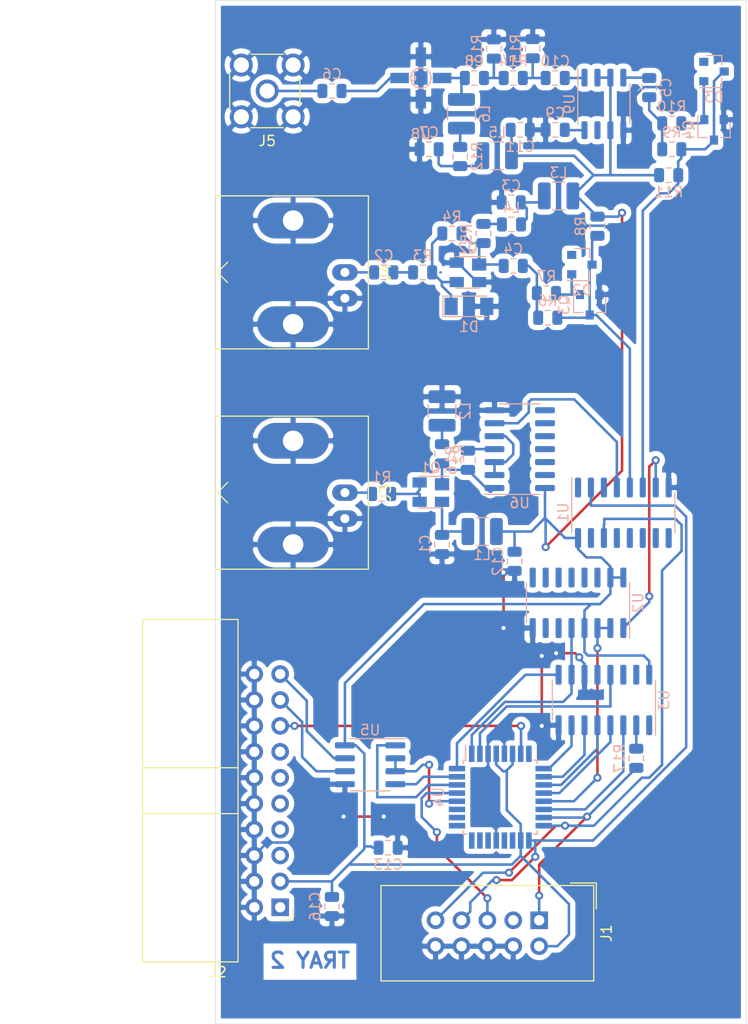
<source format=kicad_pcb>
(kicad_pcb (version 20171130) (host pcbnew 5.1.5)
  (layers (0 F.Cu signal) (31 B.Cu signal) (34 B.Paste user) (35 F.Paste user) (36 B.SilkS user) (37 F.SilkS user) (38 B.Mask user) (39 F.Mask user) (44 Edge.Cuts user))
  (net 0 "")
  (net 1 GND)
  (net 2 "Net-(C1-Pad1)")
  (net 3 "Net-(C2-Pad2)")
  (net 4 "Net-(C2-Pad1)")
  (net 5 "Net-(C3-Pad1)")
  (net 6 "Net-(C4-Pad2)")
  (net 7 "Net-(C4-Pad1)")
  (net 8 "Net-(C5-Pad2)")
  (net 9 "Net-(C5-Pad1)")
  (net 10 "Net-(C6-Pad2)")
  (net 11 "Net-(C6-Pad1)")
  (net 12 "Net-(C7-Pad1)")
  (net 13 "Net-(C8-Pad2)")
  (net 14 "Net-(C8-Pad1)")
  (net 15 "Net-(C9-Pad1)")
  (net 16 "Net-(C10-Pad2)")
  (net 17 "Net-(C10-Pad1)")
  (net 18 "Net-(D1-Pad1)")
  (net 19 "Net-(D2-Pad3)")
  (net 20 "Net-(D2-Pad2)")
  (net 21 "Net-(D2-Pad1)")
  (net 22 "Net-(D3-Pad3)")
  (net 23 "Net-(D3-Pad2)")
  (net 24 "Net-(D3-Pad1)")
  (net 25 "Net-(J1-Pad9)")
  (net 26 "Net-(J1-Pad7)")
  (net 27 "Net-(J1-Pad5)")
  (net 28 "Net-(J1-Pad3)")
  (net 29 VCC)
  (net 30 "Net-(J1-Pad1)")
  (net 31 "Net-(J2-Pad19)")
  (net 32 "Net-(J2-Pad17)")
  (net 33 "Net-(J2-Pad15)")
  (net 34 "Net-(J2-Pad13)")
  (net 35 "Net-(J2-Pad11)")
  (net 36 "Net-(J2-Pad9)")
  (net 37 "Net-(J2-Pad7)")
  (net 38 "Net-(J2-Pad5)")
  (net 39 "Net-(J2-Pad1)")
  (net 40 "Net-(J3-Pad1)")
  (net 41 "Net-(L2-Pad1)")
  (net 42 "Net-(L4-Pad2)")
  (net 43 "Net-(L6-Pad1)")
  (net 44 "Net-(Q1-Pad3)")
  (net 45 "Net-(Q1-Pad1)")
  (net 46 "Net-(U1-Pad13)")
  (net 47 "Net-(U1-Pad12)")
  (net 48 "Net-(U1-Pad10)")
  (net 49 "Net-(U1-Pad3)")
  (net 50 "Net-(U1-Pad1)")
  (net 51 "Net-(U2-Pad2)")
  (net 52 "Net-(U3-Pad15)")
  (net 53 "Net-(U3-Pad14)")
  (net 54 "Net-(U3-Pad13)")
  (net 55 "Net-(U3-Pad12)")
  (net 56 "Net-(U3-Pad9)")
  (net 57 "Net-(U3-Pad7)")
  (net 58 "Net-(U3-Pad6)")
  (net 59 "Net-(U3-Pad5)")
  (net 60 "Net-(U3-Pad4)")
  (net 61 "Net-(U3-Pad3)")
  (net 62 "Net-(U3-Pad1)")
  (net 63 "Net-(U4-Pad31)")
  (net 64 "Net-(U4-Pad30)")
  (net 65 "Net-(U4-Pad28)")
  (net 66 "Net-(U4-Pad27)")
  (net 67 "Net-(U4-Pad26)")
  (net 68 "Net-(U4-Pad25)")
  (net 69 "Net-(U4-Pad24)")
  (net 70 "Net-(U4-Pad23)")
  (net 71 "Net-(U4-Pad22)")
  (net 72 "Net-(U4-Pad20)")
  (net 73 "Net-(U4-Pad19)")
  (net 74 "Net-(U4-Pad8)")
  (net 75 "Net-(U6-Pad2)")
  (net 76 "Net-(U1-Pad15)")
  (net 77 "Net-(U1-Pad11)")
  (net 78 "Net-(U1-Pad9)")
  (net 79 "Net-(U1-Pad7)")
  (net 80 "Net-(U1-Pad4)")
  (net 81 "Net-(U2-Pad6)")
  (net 82 "Net-(U2-Pad5)")
  (net 83 "Net-(R16-Pad1)")
  (net 84 "Net-(U9-Pad7)")
  (net 85 "Net-(R17-Pad1)")
  (module Inductor_SMD:L_1210_3225Metric (layer B.Cu) (at 48.26 101.2975 90)
    (fp_text reference L6 (at 0 2.28 90) (layer B.SilkS) (effects (justify mirror)))
    (fp_text value 2u2)
    (pad 2 smd roundrect (at 1.4 0 90) (size 1.25 2.65) (layers B.Cu B.Paste B.Mask) (roundrect_rratio 0.2) (net 13 "Net-(C8-Pad2)"))
    (pad 1 smd roundrect (at -1.4 0 90) (size 1.25 2.65) (layers B.Cu B.Paste B.Mask) (roundrect_rratio 0.2) (net 43 "Net-(L6-Pad1)"))
  )
  (module Inductor_SMD:L_1210_3225Metric (layer B.Cu) (at 51.7675 105.41 180)
    (fp_text reference L5 (at 0 2.28) (layer B.SilkS) (effects (justify mirror)))
    (fp_text value 2u2)
    (pad 2 smd roundrect (at 1.4 0 180) (size 1.25 2.65) (layers B.Cu B.Paste B.Mask) (roundrect_rratio 0.2) (net 12 "Net-(C7-Pad1)"))
    (pad 1 smd roundrect (at -1.4 0 180) (size 1.25 2.65) (layers B.Cu B.Paste B.Mask) (roundrect_rratio 0.2) (net 29 VCC))
  )
  (module Inductor_SMD:L_1210_3225Metric (layer B.Cu) (at 57.785 109.347 180)
    (fp_text reference L3 (at 0 2.28) (layer B.SilkS) (effects (justify mirror)))
    (fp_text value 2u2)
    (pad 2 smd roundrect (at 1.4 0 180) (size 1.25 2.65) (layers B.Cu B.Paste B.Mask) (roundrect_rratio 0.2) (net 5 "Net-(C3-Pad1)"))
    (pad 1 smd roundrect (at -1.4 0 180) (size 1.25 2.65) (layers B.Cu B.Paste B.Mask) (roundrect_rratio 0.2) (net 29 VCC))
  )
  (module Inductor_SMD:L_1210_3225Metric (layer B.Cu) (at 46.355 130.426 90)
    (fp_text reference L2 (at 0 2.28 90) (layer B.SilkS) (effects (justify mirror)))
    (fp_text value 2u2)
    (pad 2 smd roundrect (at 1.4 0 90) (size 1.25 2.65) (layers B.Cu B.Paste B.Mask) (roundrect_rratio 0.2) (net 1 GND))
    (pad 1 smd roundrect (at -1.4 0 90) (size 1.25 2.65) (layers B.Cu B.Paste B.Mask) (roundrect_rratio 0.2) (net 41 "Net-(L2-Pad1)"))
  )
  (module Inductor_SMD:L_1210_3225Metric (layer B.Cu) (at 50.289 142.24)
    (fp_text reference L1 (at 0 2.28) (layer B.SilkS) (effects (justify mirror)))
    (fp_text value 2u2)
    (pad 2 smd roundrect (at 1.4 0) (size 1.25 2.65) (layers B.Cu B.Paste B.Mask) (roundrect_rratio 0.2) (net 29 VCC))
    (pad 1 smd roundrect (at -1.4 0) (size 1.25 2.65) (layers B.Cu B.Paste B.Mask) (roundrect_rratio 0.2) (net 2 "Net-(C1-Pad1)"))
  )
  (module Resistor_SMD:R_0805_2012Metric (layer B.Cu) (at 65.405 164.465 270)
    (fp_text reference R17 (at 0 1.65 270) (layer B.SilkS) (effects (justify mirror)))
    (fp_text value 1k)
    (pad 2 smd roundrect (at 0.9375 0 270) (size 0.975 1.4) (layers B.Cu B.Paste B.Mask) (net 30 "Net-(J1-Pad1)"))
    (pad 1 smd roundrect (at -0.9375 0 270) (size 0.975 1.4) (layers B.Cu B.Paste B.Mask) (net 85 "Net-(R17-Pad1)"))
  )
  (module Package_SO:SO-8_3.9x4.9mm_P1.27mm (layer B.Cu) (at 62.23 100.33 270)
    (fp_text reference U9 (at 0 3.4 90) (layer B.SilkS) (effects (justify mirror)))
    (fp_text value MC12032)
    (pad 8 smd roundrect (at 2.575 1.905 270) (size 1.75 0.6) (layers B.Cu B.Paste B.Mask) (net 15 "Net-(C9-Pad1)"))
    (pad 7 smd roundrect (at 2.575 0.635 270) (size 1.75 0.6) (layers B.Cu B.Paste B.Mask) (net 84 "Net-(U9-Pad7)"))
    (pad 6 smd roundrect (at 2.575 -0.635 270) (size 1.75 0.6) (layers B.Cu B.Paste B.Mask) (net 29 VCC))
    (pad 5 smd roundrect (at 2.575 -1.905 270) (size 1.75 0.6) (layers B.Cu B.Paste B.Mask) (net 1 GND))
    (pad 4 smd roundrect (at -2.575 -1.905 270) (size 1.75 0.6) (layers B.Cu B.Paste B.Mask) (net 8 "Net-(C5-Pad2)"))
    (pad 3 smd roundrect (at -2.575 -0.635 270) (size 1.75 0.6) (layers B.Cu B.Paste B.Mask) (net 29 VCC))
    (pad 2 smd roundrect (at -2.575 0.635 270) (size 1.75 0.6) (layers B.Cu B.Paste B.Mask) (net 29 VCC))
    (pad 1 smd roundrect (at -2.575 1.905 270) (size 1.75 0.6) (layers B.Cu B.Paste B.Mask) (net 17 "Net-(C10-Pad1)"))
  )
  (module Package_SO:SOIC-14_3.9x8.7mm_P1.27mm (layer B.Cu) (at 53.975 134.165)
    (fp_text reference U6 (at 0 5.28) (layer B.SilkS) (effects (justify mirror)))
    (fp_text value 74AC04)
    (pad 14 smd roundrect (at 2.475 3.81) (size 1.95 0.6) (layers B.Cu B.Paste B.Mask) (net 29 VCC))
    (pad 13 smd roundrect (at 2.475 2.54) (size 1.95 0.6) (layers B.Cu B.Paste B.Mask))
    (pad 12 smd roundrect (at 2.475 1.27) (size 1.95 0.6) (layers B.Cu B.Paste B.Mask))
    (pad 11 smd roundrect (at 2.475 0) (size 1.95 0.6) (layers B.Cu B.Paste B.Mask))
    (pad 10 smd roundrect (at 2.475 -1.27) (size 1.95 0.6) (layers B.Cu B.Paste B.Mask))
    (pad 9 smd roundrect (at 2.475 -2.54) (size 1.95 0.6) (layers B.Cu B.Paste B.Mask))
    (pad 8 smd roundrect (at 2.475 -3.81) (size 1.95 0.6) (layers B.Cu B.Paste B.Mask))
    (pad 7 smd roundrect (at -2.475 -3.81) (size 1.95 0.6) (layers B.Cu B.Paste B.Mask) (net 1 GND))
    (pad 6 smd roundrect (at -2.475 -2.54) (size 1.95 0.6) (layers B.Cu B.Paste B.Mask) (net 80 "Net-(U1-Pad4)"))
    (pad 5 smd roundrect (at -2.475 -1.27) (size 1.95 0.6) (layers B.Cu B.Paste B.Mask) (net 75 "Net-(U6-Pad2)"))
    (pad 4 smd roundrect (at -2.475 0) (size 1.95 0.6) (layers B.Cu B.Paste B.Mask) (net 83 "Net-(R16-Pad1)"))
    (pad 3 smd roundrect (at -2.475 1.27) (size 1.95 0.6) (layers B.Cu B.Paste B.Mask) (net 75 "Net-(U6-Pad2)"))
    (pad 2 smd roundrect (at -2.475 2.54) (size 1.95 0.6) (layers B.Cu B.Paste B.Mask) (net 75 "Net-(U6-Pad2)"))
    (pad 1 smd roundrect (at -2.475 3.81) (size 1.95 0.6) (layers B.Cu B.Paste B.Mask) (net 45 "Net-(Q1-Pad1)"))
  )
  (module Resistor_SMD:R_0805_2012Metric (layer B.Cu) (at 48.895 135.255 270)
    (fp_text reference R16 (at 0 1.65 90) (layer B.SilkS) (effects (justify mirror)))
    (fp_text value 2k2)
    (pad 2 smd roundrect (at 0.9375 0 270) (size 0.975 1.4) (layers B.Cu B.Paste B.Mask) (net 45 "Net-(Q1-Pad1)"))
    (pad 1 smd roundrect (at -0.9375 0 270) (size 0.975 1.4) (layers B.Cu B.Paste B.Mask) (net 83 "Net-(R16-Pad1)"))
  )
  (module Package_SO:SOIC-16_3.9x9.9mm_P1.27mm (layer B.Cu) (at 59.69 149.225 90)
    (fp_text reference U2 (at 0 5.9 90) (layer B.SilkS) (effects (justify mirror)))
    (fp_text value 74ACT112)
    (pad 16 smd roundrect (at 2.475 4.445 90) (size 1.95 0.6) (layers B.Cu B.Paste B.Mask) (net 29 VCC))
    (pad 15 smd roundrect (at 2.475 3.175 90) (size 1.95 0.6) (layers B.Cu B.Paste B.Mask) (net 29 VCC))
    (pad 14 smd roundrect (at 2.475 1.905 90) (size 1.95 0.6) (layers B.Cu B.Paste B.Mask))
    (pad 13 smd roundrect (at 2.475 0.635 90) (size 1.95 0.6) (layers B.Cu B.Paste B.Mask))
    (pad 12 smd roundrect (at 2.475 -0.635 90) (size 1.95 0.6) (layers B.Cu B.Paste B.Mask))
    (pad 11 smd roundrect (at 2.475 -1.905 90) (size 1.95 0.6) (layers B.Cu B.Paste B.Mask))
    (pad 10 smd roundrect (at 2.475 -3.175 90) (size 1.95 0.6) (layers B.Cu B.Paste B.Mask))
    (pad 9 smd roundrect (at 2.475 -4.445 90) (size 1.95 0.6) (layers B.Cu B.Paste B.Mask))
    (pad 8 smd roundrect (at -2.475 -4.445 90) (size 1.95 0.6) (layers B.Cu B.Paste B.Mask) (net 1 GND))
    (pad 7 smd roundrect (at -2.475 -3.175 90) (size 1.95 0.6) (layers B.Cu B.Paste B.Mask))
    (pad 6 smd roundrect (at -2.475 -1.905 90) (size 1.95 0.6) (layers B.Cu B.Paste B.Mask) (net 81 "Net-(U2-Pad6)"))
    (pad 5 smd roundrect (at -2.475 -0.635 90) (size 1.95 0.6) (layers B.Cu B.Paste B.Mask) (net 82 "Net-(U2-Pad5)"))
    (pad 4 smd roundrect (at -2.475 0.635 90) (size 1.95 0.6) (layers B.Cu B.Paste B.Mask) (net 29 VCC))
    (pad 3 smd roundrect (at -2.475 1.905 90) (size 1.95 0.6) (layers B.Cu B.Paste B.Mask) (net 51 "Net-(U2-Pad2)"))
    (pad 2 smd roundrect (at -2.475 3.175 90) (size 1.95 0.6) (layers B.Cu B.Paste B.Mask) (net 51 "Net-(U2-Pad2)"))
    (pad 1 smd roundrect (at -2.475 4.445 90) (size 1.95 0.6) (layers B.Cu B.Paste B.Mask) (net 79 "Net-(U1-Pad7)"))
  )
  (module Package_SO:SOIC-16_3.9x9.9mm_P1.27mm (layer B.Cu) (at 64.135 140.4 270)
    (fp_text reference U1 (at 0 5.9 90) (layer B.SilkS) (effects (justify mirror)))
    (fp_text value 74AC253)
    (pad 16 smd roundrect (at 2.475 4.445 270) (size 1.95 0.6) (layers B.Cu B.Paste B.Mask) (net 29 VCC))
    (pad 15 smd roundrect (at 2.475 3.175 270) (size 1.95 0.6) (layers B.Cu B.Paste B.Mask) (net 76 "Net-(U1-Pad15)"))
    (pad 14 smd roundrect (at 2.475 1.905 270) (size 1.95 0.6) (layers B.Cu B.Paste B.Mask) (net 25 "Net-(J1-Pad9)"))
    (pad 13 smd roundrect (at 2.475 0.635 270) (size 1.95 0.6) (layers B.Cu B.Paste B.Mask) (net 46 "Net-(U1-Pad13)"))
    (pad 12 smd roundrect (at 2.475 -0.635 270) (size 1.95 0.6) (layers B.Cu B.Paste B.Mask) (net 47 "Net-(U1-Pad12)"))
    (pad 11 smd roundrect (at 2.475 -1.905 270) (size 1.95 0.6) (layers B.Cu B.Paste B.Mask) (net 77 "Net-(U1-Pad11)"))
    (pad 10 smd roundrect (at 2.475 -3.175 270) (size 1.95 0.6) (layers B.Cu B.Paste B.Mask) (net 48 "Net-(U1-Pad10)"))
    (pad 9 smd roundrect (at 2.475 -4.445 270) (size 1.95 0.6) (layers B.Cu B.Paste B.Mask) (net 78 "Net-(U1-Pad9)"))
    (pad 8 smd roundrect (at -2.475 -4.445 270) (size 1.95 0.6) (layers B.Cu B.Paste B.Mask) (net 1 GND))
    (pad 7 smd roundrect (at -2.475 -3.175 270) (size 1.95 0.6) (layers B.Cu B.Paste B.Mask) (net 79 "Net-(U1-Pad7)"))
    (pad 6 smd roundrect (at -2.475 -1.905 270) (size 1.95 0.6) (layers B.Cu B.Paste B.Mask) (net 22 "Net-(D3-Pad3)"))
    (pad 5 smd roundrect (at -2.475 -0.635 270) (size 1.95 0.6) (layers B.Cu B.Paste B.Mask) (net 19 "Net-(D2-Pad3)"))
    (pad 4 smd roundrect (at -2.475 0.635 270) (size 1.95 0.6) (layers B.Cu B.Paste B.Mask) (net 80 "Net-(U1-Pad4)"))
    (pad 3 smd roundrect (at -2.475 1.905 270) (size 1.95 0.6) (layers B.Cu B.Paste B.Mask) (net 49 "Net-(U1-Pad3)"))
    (pad 2 smd roundrect (at -2.475 3.175 270) (size 1.95 0.6) (layers B.Cu B.Paste B.Mask) (net 26 "Net-(J1-Pad7)"))
    (pad 1 smd roundrect (at -2.475 4.445 270) (size 1.95 0.6) (layers B.Cu B.Paste B.Mask) (net 50 "Net-(U1-Pad1)"))
  )
  (module Capacitor_SMD:C_0805_2012Metric (layer B.Cu) (at 35.56 178.9915 270)
    (fp_text reference C16 (at 0 1.65 90) (layer B.SilkS) (effects (justify mirror)))
    (fp_text value 10u)
    (pad 2 smd roundrect (at 0.9375 0 270) (size 0.975 1.4) (layers B.Cu B.Paste B.Mask) (net 1 GND))
    (pad 1 smd roundrect (at -0.9375 0 270) (size 0.975 1.4) (layers B.Cu B.Paste B.Mask) (net 29 VCC))
  )
  (module Capacitor_SMD:C_0805_2012Metric (layer B.Cu) (at 41.0695 173.228)
    (fp_text reference C13 (at 0 1.65) (layer B.SilkS) (effects (justify mirror)))
    (fp_text value 100n)
    (pad 2 smd roundrect (at 0.9375 0) (size 0.975 1.4) (layers B.Cu B.Paste B.Mask) (net 1 GND))
    (pad 1 smd roundrect (at -0.9375 0) (size 0.975 1.4) (layers B.Cu B.Paste B.Mask) (net 29 VCC))
  )
  (module Capacitor_SMD:C_0805_2012Metric (layer B.Cu) (at 53.467 145.161 270)
    (fp_text reference C12 (at 0 1.65 90) (layer B.SilkS) (effects (justify mirror)))
    (fp_text value 100n)
    (pad 2 smd roundrect (at 0.9375 0 270) (size 0.975 1.4) (layers B.Cu B.Paste B.Mask) (net 1 GND))
    (pad 1 smd roundrect (at -0.9375 0 270) (size 0.975 1.4) (layers B.Cu B.Paste B.Mask) (net 29 VCC))
  )
  (module Capacitor_SMD:C_0805_2012Metric (layer B.Cu) (at 54.0235 102.87)
    (fp_text reference C11 (at 0 1.65) (layer B.SilkS) (effects (justify mirror)))
    (fp_text value 100n)
    (pad 2 smd roundrect (at 0.9375 0) (size 0.975 1.4) (layers B.Cu B.Paste B.Mask) (net 1 GND))
    (pad 1 smd roundrect (at -0.9375 0) (size 0.975 1.4) (layers B.Cu B.Paste B.Mask) (net 29 VCC))
  )
  (module tray2:WW107 (layer B.Cu) (at 44.275 97.79 180)
    (fp_text reference U8 (at 0 -5.5) (layer B.SilkS) (effects (justify mirror)))
    (fp_text value ERA-3)
    (pad RF_OUT smd rect (at -3 0 90) (size 1.02 1.83) (drill (offset 0 -0.915)) (layers B.Cu B.Paste B.Mask) (net 13 "Net-(C8-Pad2)"))
    (pad GND smd rect (at 0 3 180) (size 1.02 1.83) (drill (offset 0 -0.915)) (layers B.Cu B.Paste B.Mask) (net 1 GND))
    (pad RF_IN smd rect (at 3 0 270) (size 1.02 1.83) (drill (offset 0 -0.915)) (layers B.Cu B.Paste B.Mask) (net 11 "Net-(C6-Pad1)"))
    (pad GND smd rect (at 0 -3) (size 1.02 1.83) (drill (offset 0 -0.915)) (layers B.Cu B.Paste B.Mask) (net 1 GND))
  )
  (module Package_SO:SOIC-8_3.9x4.9mm_P1.27mm (layer B.Cu) (at 39.305 165.1 180)
    (fp_text reference U5 (at 0 3.4) (layer B.SilkS) (effects (justify mirror)))
    (fp_text value ST485EBDR)
    (pad 8 smd roundrect (at 2.475 1.905 180) (size 1.95 0.6) (layers B.Cu B.Paste B.Mask) (net 29 VCC))
    (pad 7 smd roundrect (at 2.475 0.635 180) (size 1.95 0.6) (layers B.Cu B.Paste B.Mask) (net 31 "Net-(J2-Pad19)"))
    (pad 6 smd roundrect (at 2.475 -0.635 180) (size 1.95 0.6) (layers B.Cu B.Paste B.Mask) (net 32 "Net-(J2-Pad17)"))
    (pad 5 smd roundrect (at 2.475 -1.905 180) (size 1.95 0.6) (layers B.Cu B.Paste B.Mask) (net 1 GND))
    (pad 4 smd roundrect (at -2.475 -1.905 180) (size 1.95 0.6) (layers B.Cu B.Paste B.Mask) (net 63 "Net-(U4-Pad31)"))
    (pad 3 smd roundrect (at -2.475 -0.635 180) (size 1.95 0.6) (layers B.Cu B.Paste B.Mask) (net 65 "Net-(U4-Pad28)"))
    (pad 2 smd roundrect (at -2.475 0.635 180) (size 1.95 0.6) (layers B.Cu B.Paste B.Mask) (net 65 "Net-(U4-Pad28)"))
    (pad 1 smd roundrect (at -2.475 1.905 180) (size 1.95 0.6) (layers B.Cu B.Paste B.Mask) (net 64 "Net-(U4-Pad30)"))
  )
  (module Package_QFP:TQFP-32_7x7mm_P0.8mm (layer B.Cu) (at 52.07 168.275 270)
    (fp_text reference U4 (at 0 6.05 90) (layer B.SilkS) (effects (justify mirror)))
    (fp_text value ATmega328-AU)
    (pad 32 smd rect (at -2.8 4.25 180) (size 1.6 0.55) (layers B.Cu B.Paste B.Mask) (net 56 "Net-(U3-Pad9)"))
    (pad 31 smd rect (at -2 4.25 180) (size 1.6 0.55) (layers B.Cu B.Paste B.Mask) (net 63 "Net-(U4-Pad31)"))
    (pad 30 smd rect (at -1.2 4.25 180) (size 1.6 0.55) (layers B.Cu B.Paste B.Mask) (net 64 "Net-(U4-Pad30)"))
    (pad 29 smd rect (at -0.4 4.25 180) (size 1.6 0.55) (layers B.Cu B.Paste B.Mask) (net 27 "Net-(J1-Pad5)"))
    (pad 28 smd rect (at 0.4 4.25 180) (size 1.6 0.55) (layers B.Cu B.Paste B.Mask) (net 65 "Net-(U4-Pad28)"))
    (pad 27 smd rect (at 1.2 4.25 180) (size 1.6 0.55) (layers B.Cu B.Paste B.Mask) (net 66 "Net-(U4-Pad27)"))
    (pad 26 smd rect (at 2 4.25 180) (size 1.6 0.55) (layers B.Cu B.Paste B.Mask) (net 67 "Net-(U4-Pad26)"))
    (pad 25 smd rect (at 2.8 4.25 180) (size 1.6 0.55) (layers B.Cu B.Paste B.Mask) (net 68 "Net-(U4-Pad25)"))
    (pad 24 smd rect (at 4.25 2.8 270) (size 1.6 0.55) (layers B.Cu B.Paste B.Mask) (net 69 "Net-(U4-Pad24)"))
    (pad 23 smd rect (at 4.25 2 270) (size 1.6 0.55) (layers B.Cu B.Paste B.Mask) (net 70 "Net-(U4-Pad23)"))
    (pad 22 smd rect (at 4.25 1.2 270) (size 1.6 0.55) (layers B.Cu B.Paste B.Mask) (net 71 "Net-(U4-Pad22)"))
    (pad 21 smd rect (at 4.25 0.4 270) (size 1.6 0.55) (layers B.Cu B.Paste B.Mask) (net 1 GND))
    (pad 20 smd rect (at 4.25 -0.4 270) (size 1.6 0.55) (layers B.Cu B.Paste B.Mask) (net 72 "Net-(U4-Pad20)"))
    (pad 19 smd rect (at 4.25 -1.2 270) (size 1.6 0.55) (layers B.Cu B.Paste B.Mask) (net 73 "Net-(U4-Pad19)"))
    (pad 18 smd rect (at 4.25 -2 270) (size 1.6 0.55) (layers B.Cu B.Paste B.Mask) (net 29 VCC))
    (pad 17 smd rect (at 4.25 -2.8 270) (size 1.6 0.55) (layers B.Cu B.Paste B.Mask) (net 26 "Net-(J1-Pad7)"))
    (pad 16 smd rect (at 2.8 -4.25 180) (size 1.6 0.55) (layers B.Cu B.Paste B.Mask) (net 25 "Net-(J1-Pad9)"))
    (pad 15 smd rect (at 2 -4.25 180) (size 1.6 0.55) (layers B.Cu B.Paste B.Mask) (net 30 "Net-(J1-Pad1)"))
    (pad 14 smd rect (at 1.2 -4.25 180) (size 1.6 0.55) (layers B.Cu B.Paste B.Mask) (net 61 "Net-(U3-Pad3)"))
    (pad 13 smd rect (at 0.4 -4.25 180) (size 1.6 0.55) (layers B.Cu B.Paste B.Mask) (net 51 "Net-(U2-Pad2)"))
    (pad 12 smd rect (at -0.4 -4.25 180) (size 1.6 0.55) (layers B.Cu B.Paste B.Mask) (net 60 "Net-(U3-Pad4)"))
    (pad 11 smd rect (at -1.2 -4.25 180) (size 1.6 0.55) (layers B.Cu B.Paste B.Mask) (net 59 "Net-(U3-Pad5)"))
    (pad 10 smd rect (at -2 -4.25 180) (size 1.6 0.55) (layers B.Cu B.Paste B.Mask) (net 58 "Net-(U3-Pad6)"))
    (pad 9 smd rect (at -2.8 -4.25 180) (size 1.6 0.55) (layers B.Cu B.Paste B.Mask) (net 57 "Net-(U3-Pad7)"))
    (pad 8 smd rect (at -4.25 -2.8 270) (size 1.6 0.55) (layers B.Cu B.Paste B.Mask) (net 74 "Net-(U4-Pad8)"))
    (pad 7 smd rect (at -4.25 -2 270) (size 1.6 0.55) (layers B.Cu B.Paste B.Mask) (net 33 "Net-(J2-Pad15)"))
    (pad 6 smd rect (at -4.25 -1.2 270) (size 1.6 0.55) (layers B.Cu B.Paste B.Mask) (net 29 VCC))
    (pad 5 smd rect (at -4.25 -0.4 270) (size 1.6 0.55) (layers B.Cu B.Paste B.Mask) (net 1 GND))
    (pad 4 smd rect (at -4.25 0.4 270) (size 1.6 0.55) (layers B.Cu B.Paste B.Mask) (net 29 VCC))
    (pad 3 smd rect (at -4.25 1.2 270) (size 1.6 0.55) (layers B.Cu B.Paste B.Mask) (net 1 GND))
    (pad 2 smd rect (at -4.25 2 270) (size 1.6 0.55) (layers B.Cu B.Paste B.Mask) (net 54 "Net-(U3-Pad13)"))
    (pad 1 smd rect (at -4.25 2.8 270) (size 1.6 0.55) (layers B.Cu B.Paste B.Mask) (net 82 "Net-(U2-Pad5)"))
  )
  (module Package_SO:SOIC-16_3.9x9.9mm_P1.27mm (layer B.Cu) (at 62.23 158.75 90)
    (fp_text reference U3 (at 0 5.9 90) (layer B.SilkS) (effects (justify mirror)))
    (fp_text value 4040)
    (pad 16 smd roundrect (at 2.475 4.445 90) (size 1.95 0.6) (layers B.Cu B.Paste B.Mask) (net 29 VCC))
    (pad 15 smd roundrect (at 2.475 3.175 90) (size 1.95 0.6) (layers B.Cu B.Paste B.Mask) (net 52 "Net-(U3-Pad15)"))
    (pad 14 smd roundrect (at 2.475 1.905 90) (size 1.95 0.6) (layers B.Cu B.Paste B.Mask) (net 53 "Net-(U3-Pad14)"))
    (pad 13 smd roundrect (at 2.475 0.635 90) (size 1.95 0.6) (layers B.Cu B.Paste B.Mask) (net 54 "Net-(U3-Pad13)"))
    (pad 12 smd roundrect (at 2.475 -0.635 90) (size 1.95 0.6) (layers B.Cu B.Paste B.Mask) (net 55 "Net-(U3-Pad12)"))
    (pad 11 smd roundrect (at 2.475 -1.905 90) (size 1.95 0.6) (layers B.Cu B.Paste B.Mask) (net 1 GND))
    (pad 10 smd roundrect (at 2.475 -3.175 90) (size 1.95 0.6) (layers B.Cu B.Paste B.Mask) (net 82 "Net-(U2-Pad5)"))
    (pad 9 smd roundrect (at 2.475 -4.445 90) (size 1.95 0.6) (layers B.Cu B.Paste B.Mask) (net 56 "Net-(U3-Pad9)"))
    (pad 8 smd roundrect (at -2.475 -4.445 90) (size 1.95 0.6) (layers B.Cu B.Paste B.Mask) (net 1 GND))
    (pad 7 smd roundrect (at -2.475 -3.175 90) (size 1.95 0.6) (layers B.Cu B.Paste B.Mask) (net 57 "Net-(U3-Pad7)"))
    (pad 6 smd roundrect (at -2.475 -1.905 90) (size 1.95 0.6) (layers B.Cu B.Paste B.Mask) (net 58 "Net-(U3-Pad6)"))
    (pad 5 smd roundrect (at -2.475 -0.635 90) (size 1.95 0.6) (layers B.Cu B.Paste B.Mask) (net 59 "Net-(U3-Pad5)"))
    (pad 4 smd roundrect (at -2.475 0.635 90) (size 1.95 0.6) (layers B.Cu B.Paste B.Mask) (net 60 "Net-(U3-Pad4)"))
    (pad 3 smd roundrect (at -2.475 1.905 90) (size 1.95 0.6) (layers B.Cu B.Paste B.Mask) (net 61 "Net-(U3-Pad3)"))
    (pad 2 smd roundrect (at -2.475 3.175 90) (size 1.95 0.6) (layers B.Cu B.Paste B.Mask) (net 85 "Net-(R17-Pad1)"))
    (pad 1 smd roundrect (at -2.475 4.445 90) (size 1.95 0.6) (layers B.Cu B.Paste B.Mask) (net 62 "Net-(U3-Pad1)"))
  )
  (module Resistor_SMD:R_0805_2012Metric (layer B.Cu) (at 55.245 94.9175 270)
    (fp_text reference R15 (at 0 1.65 90) (layer B.SilkS) (effects (justify mirror)))
    (fp_text value 150)
    (pad 2 smd roundrect (at 0.9375 0 270) (size 0.975 1.4) (layers B.Cu B.Paste B.Mask) (net 16 "Net-(C10-Pad2)"))
    (pad 1 smd roundrect (at -0.9375 0 270) (size 0.975 1.4) (layers B.Cu B.Paste B.Mask) (net 1 GND))
  )
  (module Resistor_SMD:R_0805_2012Metric (layer B.Cu) (at 53.34 97.79 180)
    (fp_text reference R14 (at 0 1.65) (layer B.SilkS) (effects (justify mirror)))
    (fp_text value 39)
    (pad 2 smd roundrect (at 0.9375 0 180) (size 0.975 1.4) (layers B.Cu B.Paste B.Mask) (net 14 "Net-(C8-Pad1)"))
    (pad 1 smd roundrect (at -0.9375 0 180) (size 0.975 1.4) (layers B.Cu B.Paste B.Mask) (net 16 "Net-(C10-Pad2)"))
  )
  (module Resistor_SMD:R_0805_2012Metric (layer B.Cu) (at 51.435 94.9475 270)
    (fp_text reference R13 (at 0 1.65 90) (layer B.SilkS) (effects (justify mirror)))
    (fp_text value 150)
    (pad 2 smd roundrect (at 0.9375 0 270) (size 0.975 1.4) (layers B.Cu B.Paste B.Mask) (net 14 "Net-(C8-Pad1)"))
    (pad 1 smd roundrect (at -0.9375 0 270) (size 0.975 1.4) (layers B.Cu B.Paste B.Mask) (net 1 GND))
  )
  (module Resistor_SMD:R_0805_2012Metric (layer B.Cu) (at 48.133 105.4885 90)
    (fp_text reference R12 (at 0 1.65 90) (layer B.SilkS) (effects (justify mirror)))
    (fp_text value 39)
    (pad 2 smd roundrect (at 0.9375 0 90) (size 0.975 1.4) (layers B.Cu B.Paste B.Mask) (net 43 "Net-(L6-Pad1)"))
    (pad 1 smd roundrect (at -0.9375 0 90) (size 0.975 1.4) (layers B.Cu B.Paste B.Mask) (net 12 "Net-(C7-Pad1)"))
  )
  (module Resistor_SMD:R_0805_2012Metric (layer B.Cu) (at 68.58 107.315)
    (fp_text reference R11 (at 0 1.65) (layer B.SilkS) (effects (justify mirror)))
    (fp_text value 330)
    (pad 2 smd roundrect (at 0.9375 0) (size 0.975 1.4) (layers B.Cu B.Paste B.Mask) (net 22 "Net-(D3-Pad3)"))
    (pad 1 smd roundrect (at -0.9375 0) (size 0.975 1.4) (layers B.Cu B.Paste B.Mask) (net 29 VCC))
  )
  (module Resistor_SMD:R_0805_2012Metric (layer B.Cu) (at 68.8825 102.235 180)
    (fp_text reference R10 (at 0 1.65) (layer B.SilkS) (effects (justify mirror)))
    (fp_text value 68)
    (pad 2 smd roundrect (at 0.9375 0 180) (size 0.975 1.4) (layers B.Cu B.Paste B.Mask) (net 9 "Net-(C5-Pad1)"))
    (pad 1 smd roundrect (at -0.9375 0 180) (size 0.975 1.4) (layers B.Cu B.Paste B.Mask) (net 24 "Net-(D3-Pad1)"))
  )
  (module Resistor_SMD:R_0805_2012Metric (layer B.Cu) (at 68.8825 104.775 180)
    (fp_text reference R9 (at 0 1.65) (layer B.SilkS) (effects (justify mirror)))
    (fp_text value 2k2)
    (pad 2 smd roundrect (at 0.9375 0 180) (size 0.975 1.4) (layers B.Cu B.Paste B.Mask) (net 9 "Net-(C5-Pad1)"))
    (pad 1 smd roundrect (at -0.9375 0 180) (size 0.975 1.4) (layers B.Cu B.Paste B.Mask) (net 22 "Net-(D3-Pad3)"))
  )
  (module Resistor_SMD:R_0805_2012Metric (layer B.Cu) (at 61.595 112.3165 270)
    (fp_text reference R8 (at 0 1.65 90) (layer B.SilkS) (effects (justify mirror)))
    (fp_text value 330)
    (pad 2 smd roundrect (at 0.9375 0 270) (size 0.975 1.4) (layers B.Cu B.Paste B.Mask) (net 19 "Net-(D2-Pad3)"))
    (pad 1 smd roundrect (at -0.9375 0 270) (size 0.975 1.4) (layers B.Cu B.Paste B.Mask) (net 29 VCC))
  )
  (module Resistor_SMD:R_0805_2012Metric (layer B.Cu) (at 56.5935 118.872 180)
    (fp_text reference R7 (at 0 1.65) (layer B.SilkS) (effects (justify mirror)))
    (fp_text value 68)
    (pad 2 smd roundrect (at 0.9375 0 180) (size 0.975 1.4) (layers B.Cu B.Paste B.Mask) (net 7 "Net-(C4-Pad1)"))
    (pad 1 smd roundrect (at -0.9375 0 180) (size 0.975 1.4) (layers B.Cu B.Paste B.Mask) (net 21 "Net-(D2-Pad1)"))
  )
  (module Resistor_SMD:R_0805_2012Metric (layer B.Cu) (at 56.7205 121.285 180)
    (fp_text reference R6 (at 0 1.65) (layer B.SilkS) (effects (justify mirror)))
    (fp_text value 2k2)
    (pad 2 smd roundrect (at 0.9375 0 180) (size 0.975 1.4) (layers B.Cu B.Paste B.Mask) (net 7 "Net-(C4-Pad1)"))
    (pad 1 smd roundrect (at -0.9375 0 180) (size 0.975 1.4) (layers B.Cu B.Paste B.Mask) (net 19 "Net-(D2-Pad3)"))
  )
  (module Resistor_SMD:R_0805_2012Metric (layer B.Cu) (at 50.419 113.03 270)
    (fp_text reference R5 (at 0 1.65 90) (layer B.SilkS) (effects (justify mirror)))
    (fp_text value 82)
    (pad 2 smd roundrect (at 0.9375 0 270) (size 0.975 1.4) (layers B.Cu B.Paste B.Mask) (net 6 "Net-(C4-Pad2)"))
    (pad 1 smd roundrect (at -0.9375 0 270) (size 0.975 1.4) (layers B.Cu B.Paste B.Mask) (net 42 "Net-(L4-Pad2)"))
  )
  (module Resistor_SMD:R_0805_2012Metric (layer B.Cu) (at 47.3225 113.03 180)
    (fp_text reference R4 (at 0 1.65) (layer B.SilkS) (effects (justify mirror)))
    (fp_text value 4k7)
    (pad 2 smd roundrect (at 0.9375 0 180) (size 0.975 1.4) (layers B.Cu B.Paste B.Mask) (net 18 "Net-(D1-Pad1)"))
    (pad 1 smd roundrect (at -0.9375 0 180) (size 0.975 1.4) (layers B.Cu B.Paste B.Mask) (net 6 "Net-(C4-Pad2)"))
  )
  (module Resistor_SMD:R_0805_2012Metric (layer B.Cu) (at 44.45 116.84 180)
    (fp_text reference R3 (at 0 1.65) (layer B.SilkS) (effects (justify mirror)))
    (fp_text value 33)
    (pad 2 smd roundrect (at 0.9375 0 180) (size 0.975 1.4) (layers B.Cu B.Paste B.Mask) (net 4 "Net-(C2-Pad1)"))
    (pad 1 smd roundrect (at -0.9375 0 180) (size 0.975 1.4) (layers B.Cu B.Paste B.Mask) (net 18 "Net-(D1-Pad1)"))
  )
  (module Resistor_SMD:R_0805_2012Metric (layer B.Cu) (at 46.355 134.62 90)
    (fp_text reference R2 (at 0 1.65 90) (layer B.SilkS) (effects (justify mirror)))
    (fp_text value 220)
    (pad 2 smd roundrect (at 0.9375 0 90) (size 0.975 1.4) (layers B.Cu B.Paste B.Mask) (net 41 "Net-(L2-Pad1)"))
    (pad 1 smd roundrect (at -0.9375 0 90) (size 0.975 1.4) (layers B.Cu B.Paste B.Mask) (net 45 "Net-(Q1-Pad1)"))
  )
  (module Resistor_SMD:R_0805_2012Metric (layer B.Cu) (at 40.4345 138.557 180)
    (fp_text reference R1 (at 0 1.65) (layer B.SilkS) (effects (justify mirror)))
    (fp_text value 470)
    (pad 2 smd roundrect (at 0.9375 0 180) (size 0.975 1.4) (layers B.Cu B.Paste B.Mask) (net 40 "Net-(J3-Pad1)"))
    (pad 1 smd roundrect (at -0.9375 0 180) (size 0.975 1.4) (layers B.Cu B.Paste B.Mask) (net 44 "Net-(Q1-Pad3)"))
  )
  (module Package_TO_SOT_SMD:SOT-23 (layer B.Cu) (at 73.025 102.87 270)
    (fp_text reference Q4 (at 0 2.5 90) (layer B.SilkS) (effects (justify mirror)))
    (fp_text value BC847)
    (pad 3 smd rect (at 1 0 270) (size 0.9 0.8) (layers B.Cu B.Paste B.Mask) (net 22 "Net-(D3-Pad3)"))
    (pad 2 smd rect (at -1 -0.95 270) (size 0.9 0.8) (layers B.Cu B.Paste B.Mask) (net 1 GND))
    (pad 1 smd rect (at -1 0.95 270) (size 0.9 0.8) (layers B.Cu B.Paste B.Mask) (net 24 "Net-(D3-Pad1)"))
  )
  (module Package_TO_SOT_SMD:SOT-23 (layer B.Cu) (at 60.833 120.015 270)
    (fp_text reference Q3 (at 0 2.5 90) (layer B.SilkS) (effects (justify mirror)))
    (fp_text value BC847)
    (pad 3 smd rect (at 1 0 270) (size 0.9 0.8) (layers B.Cu B.Paste B.Mask) (net 19 "Net-(D2-Pad3)"))
    (pad 2 smd rect (at -1 -0.95 270) (size 0.9 0.8) (layers B.Cu B.Paste B.Mask) (net 1 GND))
    (pad 1 smd rect (at -1 0.95 270) (size 0.9 0.8) (layers B.Cu B.Paste B.Mask) (net 21 "Net-(D2-Pad1)"))
  )
  (module Package_TO_SOT_SMD:SOT-143 (layer B.Cu) (at 48.895 116.84 180)
    (fp_text reference Q2 (at 0.02 2.38) (layer B.SilkS) (effects (justify mirror)))
    (fp_text value BFP196)
    (pad 4 smd rect (at 1.1 0.95 270) (size 1 1.4) (layers B.Cu B.Paste B.Mask) (net 1 GND))
    (pad 3 smd rect (at 1.1 -0.95 270) (size 1 1.4) (layers B.Cu B.Paste B.Mask) (net 18 "Net-(D1-Pad1)"))
    (pad 2 smd rect (at -1.1 -0.95 270) (size 1 1.4) (layers B.Cu B.Paste B.Mask) (net 1 GND))
    (pad 1 smd rect (at -1.1 0.77 270) (size 1.2 1.4) (layers B.Cu B.Paste B.Mask) (net 6 "Net-(C4-Pad2)"))
  )
  (module Package_TO_SOT_SMD:SOT-143 (layer B.Cu) (at 45.255 138.38 180)
    (fp_text reference Q1 (at 0.02 2.38) (layer B.SilkS) (effects (justify mirror)))
    (fp_text value BF998)
    (pad 4 smd rect (at 1.1 0.95 270) (size 1 1.4) (layers B.Cu B.Paste B.Mask) (net 44 "Net-(Q1-Pad3)"))
    (pad 3 smd rect (at 1.1 -0.95 270) (size 1 1.4) (layers B.Cu B.Paste B.Mask) (net 44 "Net-(Q1-Pad3)"))
    (pad 2 smd rect (at -1.1 -0.95 270) (size 1 1.4) (layers B.Cu B.Paste B.Mask) (net 2 "Net-(C1-Pad1)"))
    (pad 1 smd rect (at -1.1 0.77 270) (size 1.2 1.4) (layers B.Cu B.Paste B.Mask) (net 45 "Net-(Q1-Pad1)"))
  )
  (module Inductor_SMD:L_0805_2012Metric (layer B.Cu) (at 53.1645 112.141 180)
    (fp_text reference L4 (at 0 1.65) (layer B.SilkS) (effects (justify mirror)))
    (fp_text value 100n)
    (pad 2 smd roundrect (at 0.9375 0 180) (size 0.975 1.4) (layers B.Cu B.Paste B.Mask) (net 42 "Net-(L4-Pad2)"))
    (pad 1 smd roundrect (at -0.9375 0 180) (size 0.975 1.4) (layers B.Cu B.Paste B.Mask) (net 5 "Net-(C3-Pad1)"))
  )
  (module Connector_Coaxial:SMA_Molex_73251-2200_Horizontal (layer F.Cu) (at 29.21 99.06 90)
    (fp_text reference J5 (at -4.9 0) (layer F.SilkS))
    (fp_text value Conn_Coaxial)
    (pad 2 thru_hole circle (at -2.54 2.54 90) (size 2.25 2.25) (drill 1.5) (layers *.Cu *.Mask) (net 1 GND))
    (pad 2 thru_hole circle (at -2.54 -2.54 90) (size 2.25 2.25) (drill 1.5) (layers *.Cu *.Mask) (net 1 GND))
    (pad 2 thru_hole circle (at 2.54 -2.54 90) (size 2.25 2.25) (drill 1.5) (layers *.Cu *.Mask) (net 1 GND))
    (pad 2 thru_hole circle (at 2.54 2.54 180) (size 2.25 2.25) (drill 1.5) (layers *.Cu *.Mask) (net 1 GND))
    (pad 1 thru_hole circle (at 0 0 90) (size 2.25 2.25) (drill 1.5) (layers *.Cu *.Mask) (net 10 "Net-(C6-Pad2)"))
  )
  (module Connector_Coaxial:BNC_Amphenol_B6252HB-NPP3G-50_Horizontal (layer F.Cu) (at 36.83 116.84 90)
    (fp_text reference J4 (at 0 4 90) (layer F.SilkS))
    (fp_text value Conn_Coaxial)
    (pad 2 thru_hole oval (at -2.54 0 90) (size 1.6 2.5) (drill 0.89) (layers *.Cu *.Mask) (net 1 GND))
    (pad 1 thru_hole oval (at 0 0 90) (size 1.6 2.5) (drill 0.89) (layers *.Cu *.Mask) (net 3 "Net-(C2-Pad2)"))
    (pad 2 thru_hole oval (at 5.08 -5.08 90) (size 3.5 7) (drill 2.01) (layers *.Cu *.Mask) (net 1 GND))
    (pad 2 thru_hole oval (at -5.08 -5.08 90) (size 3.5 7) (drill 2.01) (layers *.Cu *.Mask) (net 1 GND))
  )
  (module Connector_Coaxial:BNC_Amphenol_B6252HB-NPP3G-50_Horizontal (layer F.Cu) (at 36.83 138.43 90)
    (fp_text reference J3 (at 0 4 90) (layer F.SilkS))
    (fp_text value Conn_Coaxial)
    (pad 2 thru_hole oval (at -2.54 0 90) (size 1.6 2.5) (drill 0.89) (layers *.Cu *.Mask) (net 1 GND))
    (pad 1 thru_hole oval (at 0 0 90) (size 1.6 2.5) (drill 0.89) (layers *.Cu *.Mask) (net 40 "Net-(J3-Pad1)"))
    (pad 2 thru_hole oval (at 5.08 -5.08 90) (size 3.5 7) (drill 2.01) (layers *.Cu *.Mask) (net 1 GND))
    (pad 2 thru_hole oval (at -5.08 -5.08 90) (size 3.5 7) (drill 2.01) (layers *.Cu *.Mask) (net 1 GND))
  )
  (module Connector_IDC:IDC-Header_2x10_P2.54mm_Horizontal (layer F.Cu) (at 30.48 179.07 180)
    (fp_text reference J2 (at 6.105 -6.35) (layer F.SilkS))
    (fp_text value Conn_02x10_Odd_Even)
    (pad 20 thru_hole oval (at 2.54 22.86 180) (size 1.7272 1.7272) (drill 1.016) (layers *.Cu *.Mask) (net 1 GND))
    (pad 19 thru_hole oval (at 0 22.86 180) (size 1.7272 1.7272) (drill 1.016) (layers *.Cu *.Mask) (net 31 "Net-(J2-Pad19)"))
    (pad 18 thru_hole oval (at 2.54 20.32 180) (size 1.7272 1.7272) (drill 1.016) (layers *.Cu *.Mask) (net 1 GND))
    (pad 17 thru_hole oval (at 0 20.32 180) (size 1.7272 1.7272) (drill 1.016) (layers *.Cu *.Mask) (net 32 "Net-(J2-Pad17)"))
    (pad 16 thru_hole oval (at 2.54 17.78 180) (size 1.7272 1.7272) (drill 1.016) (layers *.Cu *.Mask) (net 1 GND))
    (pad 15 thru_hole oval (at 0 17.78 180) (size 1.7272 1.7272) (drill 1.016) (layers *.Cu *.Mask) (net 33 "Net-(J2-Pad15)"))
    (pad 14 thru_hole oval (at 2.54 15.24 180) (size 1.7272 1.7272) (drill 1.016) (layers *.Cu *.Mask) (net 1 GND))
    (pad 13 thru_hole oval (at 0 15.24 180) (size 1.7272 1.7272) (drill 1.016) (layers *.Cu *.Mask) (net 34 "Net-(J2-Pad13)"))
    (pad 12 thru_hole oval (at 2.54 12.7 180) (size 1.7272 1.7272) (drill 1.016) (layers *.Cu *.Mask) (net 1 GND))
    (pad 11 thru_hole oval (at 0 12.7 180) (size 1.7272 1.7272) (drill 1.016) (layers *.Cu *.Mask) (net 35 "Net-(J2-Pad11)"))
    (pad 10 thru_hole oval (at 2.54 10.16 180) (size 1.7272 1.7272) (drill 1.016) (layers *.Cu *.Mask) (net 1 GND))
    (pad 9 thru_hole oval (at 0 10.16 180) (size 1.7272 1.7272) (drill 1.016) (layers *.Cu *.Mask) (net 36 "Net-(J2-Pad9)"))
    (pad 8 thru_hole oval (at 2.54 7.62 180) (size 1.7272 1.7272) (drill 1.016) (layers *.Cu *.Mask) (net 1 GND))
    (pad 7 thru_hole oval (at 0 7.62 180) (size 1.7272 1.7272) (drill 1.016) (layers *.Cu *.Mask) (net 37 "Net-(J2-Pad7)"))
    (pad 6 thru_hole oval (at 2.54 5.08 180) (size 1.7272 1.7272) (drill 1.016) (layers *.Cu *.Mask) (net 1 GND))
    (pad 5 thru_hole oval (at 0 5.08 180) (size 1.7272 1.7272) (drill 1.016) (layers *.Cu *.Mask) (net 38 "Net-(J2-Pad5)"))
    (pad 4 thru_hole oval (at 2.54 2.54 180) (size 1.7272 1.7272) (drill 1.016) (layers *.Cu *.Mask) (net 1 GND))
    (pad 3 thru_hole oval (at 0 2.54 180) (size 1.7272 1.7272) (drill 1.016) (layers *.Cu *.Mask) (net 29 VCC))
    (pad 2 thru_hole oval (at 2.54 0 180) (size 1.7272 1.7272) (drill 1.016) (layers *.Cu *.Mask) (net 1 GND))
    (pad 1 thru_hole rect (at 0 0 180) (size 1.7272 1.7272) (drill 1.016) (layers *.Cu *.Mask) (net 39 "Net-(J2-Pad1)"))
  )
  (module Connector_IDC:IDC-Header_2x05_P2.54mm_Vertical (layer F.Cu) (at 55.88 180.34 270)
    (fp_text reference J1 (at 1.27 -6.604 90) (layer F.SilkS))
    (fp_text value AVR-ISP-10)
    (pad 10 thru_hole oval (at 2.54 10.16 270) (size 1.7272 1.7272) (drill 1.016) (layers *.Cu *.Mask) (net 1 GND))
    (pad 9 thru_hole oval (at 0 10.16 270) (size 1.7272 1.7272) (drill 1.016) (layers *.Cu *.Mask) (net 25 "Net-(J1-Pad9)"))
    (pad 8 thru_hole oval (at 2.54 7.62 270) (size 1.7272 1.7272) (drill 1.016) (layers *.Cu *.Mask) (net 1 GND))
    (pad 7 thru_hole oval (at 0 7.62 270) (size 1.7272 1.7272) (drill 1.016) (layers *.Cu *.Mask) (net 26 "Net-(J1-Pad7)"))
    (pad 6 thru_hole oval (at 2.54 5.08 270) (size 1.7272 1.7272) (drill 1.016) (layers *.Cu *.Mask) (net 1 GND))
    (pad 5 thru_hole oval (at 0 5.08 270) (size 1.7272 1.7272) (drill 1.016) (layers *.Cu *.Mask) (net 27 "Net-(J1-Pad5)"))
    (pad 4 thru_hole oval (at 2.54 2.54 270) (size 1.7272 1.7272) (drill 1.016) (layers *.Cu *.Mask) (net 1 GND))
    (pad 3 thru_hole oval (at 0 2.54 270) (size 1.7272 1.7272) (drill 1.016) (layers *.Cu *.Mask) (net 28 "Net-(J1-Pad3)"))
    (pad 2 thru_hole oval (at 2.54 0 270) (size 1.7272 1.7272) (drill 1.016) (layers *.Cu *.Mask) (net 29 VCC))
    (pad 1 thru_hole rect (at 0 0 270) (size 1.7272 1.7272) (drill 1.016) (layers *.Cu *.Mask) (net 30 "Net-(J1-Pad1)"))
  )
  (module Package_TO_SOT_SMD:SOT-23 (layer B.Cu) (at 73.025 97.155)
    (fp_text reference D3 (at 0 2.5) (layer B.SilkS) (effects (justify mirror)))
    (fp_text value BAT54C)
    (pad 3 smd rect (at 1 0) (size 0.9 0.8) (layers B.Cu B.Paste B.Mask) (net 22 "Net-(D3-Pad3)"))
    (pad 2 smd rect (at -1 -0.95) (size 0.9 0.8) (layers B.Cu B.Paste B.Mask) (net 23 "Net-(D3-Pad2)"))
    (pad 1 smd rect (at -1 0.95) (size 0.9 0.8) (layers B.Cu B.Paste B.Mask) (net 24 "Net-(D3-Pad1)"))
  )
  (module Package_TO_SOT_SMD:SOT-23 (layer B.Cu) (at 60.071 116.078)
    (fp_text reference D2 (at 0 2.5) (layer B.SilkS) (effects (justify mirror)))
    (fp_text value BAT54C)
    (pad 3 smd rect (at 1 0) (size 0.9 0.8) (layers B.Cu B.Paste B.Mask) (net 19 "Net-(D2-Pad3)"))
    (pad 2 smd rect (at -1 -0.95) (size 0.9 0.8) (layers B.Cu B.Paste B.Mask) (net 20 "Net-(D2-Pad2)"))
    (pad 1 smd rect (at -1 0.95) (size 0.9 0.8) (layers B.Cu B.Paste B.Mask) (net 21 "Net-(D2-Pad1)"))
  )
  (module Diode_SMD:D_MiniMELF (layer B.Cu) (at 48.994 120.17)
    (fp_text reference D1 (at 0 2) (layer B.SilkS) (effects (justify mirror)))
    (fp_text value LL4148)
    (pad 2 smd rect (at 1.75 0) (size 1.3 1.7) (layers B.Cu B.Paste B.Mask) (net 1 GND))
    (pad 1 smd rect (at -1.75 0) (size 1.3 1.7) (layers B.Cu B.Paste B.Mask) (net 18 "Net-(D1-Pad1)"))
  )
  (module Capacitor_SMD:C_0805_2012Metric (layer B.Cu) (at 57.4525 97.79 180)
    (fp_text reference C10 (at 0 1.65) (layer B.SilkS) (effects (justify mirror)))
    (fp_text value 1n)
    (pad 2 smd roundrect (at 0.9375 0 180) (size 0.975 1.4) (layers B.Cu B.Paste B.Mask) (net 16 "Net-(C10-Pad2)"))
    (pad 1 smd roundrect (at -0.9375 0 180) (size 0.975 1.4) (layers B.Cu B.Paste B.Mask) (net 17 "Net-(C10-Pad1)"))
  )
  (module Capacitor_SMD:C_0805_2012Metric (layer B.Cu) (at 57.4525 102.87 180)
    (fp_text reference C9 (at 0 1.65) (layer B.SilkS) (effects (justify mirror)))
    (fp_text value 1n)
    (pad 2 smd roundrect (at 0.9375 0 180) (size 0.975 1.4) (layers B.Cu B.Paste B.Mask) (net 1 GND))
    (pad 1 smd roundrect (at -0.9375 0 180) (size 0.975 1.4) (layers B.Cu B.Paste B.Mask) (net 15 "Net-(C9-Pad1)"))
  )
  (module Capacitor_SMD:C_0805_2012Metric (layer B.Cu) (at 49.53 97.79 180)
    (fp_text reference C8 (at 0 1.65) (layer B.SilkS) (effects (justify mirror)))
    (fp_text value 470p)
    (pad 2 smd roundrect (at 0.9375 0 180) (size 0.975 1.4) (layers B.Cu B.Paste B.Mask) (net 13 "Net-(C8-Pad2)"))
    (pad 1 smd roundrect (at -0.9375 0 180) (size 0.975 1.4) (layers B.Cu B.Paste B.Mask) (net 14 "Net-(C8-Pad1)"))
  )
  (module Capacitor_SMD:C_0805_2012Metric (layer B.Cu) (at 45.085 104.775 180)
    (fp_text reference C7 (at 0 1.65) (layer B.SilkS) (effects (justify mirror)))
    (fp_text value 100n)
    (pad 2 smd roundrect (at 0.9375 0 180) (size 0.975 1.4) (layers B.Cu B.Paste B.Mask) (net 1 GND))
    (pad 1 smd roundrect (at -0.9375 0 180) (size 0.975 1.4) (layers B.Cu B.Paste B.Mask) (net 12 "Net-(C7-Pad1)"))
  )
  (module Capacitor_SMD:C_0805_2012Metric (layer B.Cu) (at 35.56 99.06 180)
    (fp_text reference C6 (at 0 1.65) (layer B.SilkS) (effects (justify mirror)))
    (fp_text value 470p)
    (pad 2 smd roundrect (at 0.9375 0 180) (size 0.975 1.4) (layers B.Cu B.Paste B.Mask) (net 10 "Net-(C6-Pad2)"))
    (pad 1 smd roundrect (at -0.9375 0 180) (size 0.975 1.4) (layers B.Cu B.Paste B.Mask) (net 11 "Net-(C6-Pad1)"))
  )
  (module Capacitor_SMD:C_0805_2012Metric (layer B.Cu) (at 66.675 98.7275 90)
    (fp_text reference C5 (at 0 1.65 90) (layer B.SilkS) (effects (justify mirror)))
    (fp_text value 100n)
    (pad 2 smd roundrect (at 0.9375 0 90) (size 0.975 1.4) (layers B.Cu B.Paste B.Mask) (net 8 "Net-(C5-Pad2)"))
    (pad 1 smd roundrect (at -0.9375 0 90) (size 0.975 1.4) (layers B.Cu B.Paste B.Mask) (net 9 "Net-(C5-Pad1)"))
  )
  (module Capacitor_SMD:C_0805_2012Metric (layer B.Cu) (at 53.34 116.205 180)
    (fp_text reference C4 (at 0 1.65) (layer B.SilkS) (effects (justify mirror)))
    (fp_text value 100n)
    (pad 2 smd roundrect (at 0.9375 0 180) (size 0.975 1.4) (layers B.Cu B.Paste B.Mask) (net 6 "Net-(C4-Pad2)"))
    (pad 1 smd roundrect (at -0.9375 0 180) (size 0.975 1.4) (layers B.Cu B.Paste B.Mask) (net 7 "Net-(C4-Pad1)"))
  )
  (module Capacitor_SMD:C_0805_2012Metric (layer B.Cu) (at 53.1345 109.982 180)
    (fp_text reference C3 (at 0 1.65) (layer B.SilkS) (effects (justify mirror)))
    (fp_text value 100n)
    (pad 2 smd roundrect (at 0.9375 0 180) (size 0.975 1.4) (layers B.Cu B.Paste B.Mask) (net 1 GND))
    (pad 1 smd roundrect (at -0.9375 0 180) (size 0.975 1.4) (layers B.Cu B.Paste B.Mask) (net 5 "Net-(C3-Pad1)"))
  )
  (module Capacitor_SMD:C_0805_2012Metric (layer B.Cu) (at 40.64 116.84 180)
    (fp_text reference C2 (at 0 1.65) (layer B.SilkS) (effects (justify mirror)))
    (fp_text value 100n)
    (pad 2 smd roundrect (at 0.9375 0 180) (size 0.975 1.4) (layers B.Cu B.Paste B.Mask) (net 3 "Net-(C2-Pad2)"))
    (pad 1 smd roundrect (at -0.9375 0 180) (size 0.975 1.4) (layers B.Cu B.Paste B.Mask) (net 4 "Net-(C2-Pad1)"))
  )
  (module Capacitor_SMD:C_0805_2012Metric (layer B.Cu) (at 46.355 143.51 270)
    (fp_text reference C1 (at 0 1.65 90) (layer B.SilkS) (effects (justify mirror)))
    (fp_text value 100n)
    (pad 2 smd roundrect (at 0.9375 0 270) (size 0.975 1.4) (layers B.Cu B.Paste B.Mask) (net 1 GND))
    (pad 1 smd roundrect (at -0.9375 0 270) (size 0.975 1.4) (layers B.Cu B.Paste B.Mask) (net 2 "Net-(C1-Pad1)"))
  )
  (gr_text "TRAY 2" (at 33.401 184.277) (layer B.Cu) (effects (font (size 1.5 1.5) (thickness 0.3)) (justify mirror)))
  (gr_line (start 76.2 190.5) (end 24.13 190.5) (layer Edge.Cuts) (width 0.05))
  (gr_line (start 76.2 190.373) (end 76.2 190.5) (layer Edge.Cuts) (width 0.05))
  (gr_line (start 76.2 90.17) (end 76.2 190.373) (layer Edge.Cuts) (width 0.05))
  (gr_line (start 24.13 90.17) (end 76.2 90.17) (layer Edge.Cuts) (width 0.05))
  (gr_line (start 24.13 190.5) (end 24.13 90.17) (layer Edge.Cuts) (width 0.05))
  (segment (start 46.228 116.84) (end 46.20001 116.84) (width 0.25) (layer B.Cu) (net 0))
  (segment (start 50.87 170.675) (end 50.87 165.075) (width 0.25) (layer B.Cu) (net 1))
  (segment (start 51.67 171.475) (end 50.87 170.675) (width 0.25) (layer B.Cu) (net 1))
  (segment (start 50.87 165.075) (end 50.87 164.025) (width 0.25) (layer B.Cu) (net 1))
  (segment (start 51.67 172.525) (end 51.67 171.475) (width 0.25) (layer B.Cu) (net 1))
  (segment (start 50.87 162.975) (end 51.285 162.56) (width 0.25) (layer B.Cu) (net 1))
  (segment (start 50.87 164.025) (end 50.87 162.975) (width 0.25) (layer B.Cu) (net 1))
  (segment (start 52.055 162.56) (end 52.47 162.975) (width 0.25) (layer B.Cu) (net 1))
  (segment (start 52.47 162.975) (end 52.47 164.025) (width 0.25) (layer B.Cu) (net 1))
  (segment (start 51.285 162.56) (end 52.055 162.56) (width 0.25) (layer B.Cu) (net 1))
  (segment (start 57.385 161.225) (end 57.32 161.29) (width 0.25) (layer B.Cu) (net 1))
  (segment (start 57.785 161.225) (end 57.385 161.225) (width 0.25) (layer B.Cu) (net 1))
  (segment (start 57.32 161.29) (end 56.134 161.29) (width 0.25) (layer B.Cu) (net 1))
  (via (at 56.134 161.29) (size 0.8) (drill 0.4) (layers F.Cu B.Cu) (net 1))
  (segment (start 56.134 161.29) (end 56.134 154.432) (width 0.25) (layer F.Cu) (net 1))
  (via (at 56.134 154.432) (size 0.8) (drill 0.4) (layers F.Cu B.Cu) (net 1))
  (segment (start 47.895 115.89) (end 47.795 115.89) (width 0.25) (layer B.Cu) (net 1))
  (segment (start 49.795 117.79) (end 47.895 115.89) (width 0.25) (layer B.Cu) (net 1))
  (segment (start 49.995 117.79) (end 49.795 117.79) (width 0.25) (layer B.Cu) (net 1))
  (segment (start 55.245 151.7) (end 52.389 151.7) (width 0.25) (layer B.Cu) (net 1))
  (via (at 52.389 151.7) (size 0.8) (drill 0.4) (layers F.Cu B.Cu) (net 1))
  (segment (start 52.389 151.7) (end 52.389 146.242) (width 0.25) (layer F.Cu) (net 1))
  (via (at 52.389 146.242) (size 0.8) (drill 0.4) (layers F.Cu B.Cu) (net 1))
  (segment (start 62.433 119.015) (end 63.5 117.948) (width 0.25) (layer B.Cu) (net 1))
  (segment (start 61.783 119.015) (end 62.433 119.015) (width 0.25) (layer B.Cu) (net 1))
  (segment (start 63.5 113.411) (end 62.357 112.268) (width 0.25) (layer B.Cu) (net 1))
  (segment (start 63.5 117.948) (end 63.5 113.411) (width 0.25) (layer B.Cu) (net 1))
  (segment (start 62.357 112.268) (end 59.69 112.268) (width 0.25) (layer B.Cu) (net 1))
  (segment (start 64.135 100.70065) (end 66.15665 98.679) (width 0.25) (layer B.Cu) (net 1))
  (segment (start 64.135 102.905) (end 64.135 100.70065) (width 0.25) (layer B.Cu) (net 1))
  (segment (start 66.15665 98.679) (end 68.58 98.679) (width 0.25) (layer B.Cu) (net 1))
  (segment (start 27.94 173.99) (end 29.21 172.72) (width 0.25) (layer B.Cu) (net 1))
  (segment (start 29.21 172.72) (end 33.02 172.72) (width 0.25) (layer B.Cu) (net 1))
  (segment (start 60.325 155.2) (end 59.817 154.692) (width 0.25) (layer B.Cu) (net 1))
  (segment (start 60.325 156.275) (end 60.325 155.2) (width 0.25) (layer B.Cu) (net 1))
  (segment (start 59.817 154.692) (end 59.817 154.559) (width 0.25) (layer B.Cu) (net 1))
  (via (at 59.812347 154.563653) (size 0.8) (drill 0.4) (layers F.Cu B.Cu) (net 1))
  (segment (start 59.817 154.559) (end 59.812347 154.563653) (width 0.25) (layer B.Cu) (net 1))
  (segment (start 59.412348 154.163654) (end 57.545346 154.163654) (width 0.25) (layer F.Cu) (net 1))
  (segment (start 59.812347 154.563653) (end 59.412348 154.163654) (width 0.25) (layer F.Cu) (net 1))
  (via (at 57.545346 154.163654) (size 0.8) (drill 0.4) (layers F.Cu B.Cu) (net 1))
  (via (at 40.64 170.18) (size 0.8) (drill 0.4) (layers F.Cu B.Cu) (net 1))
  (segment (start 40.64 170.18) (end 36.703 170.18) (width 0.25) (layer F.Cu) (net 1))
  (via (at 36.703 170.18) (size 0.8) (drill 0.4) (layers F.Cu B.Cu) (net 1))
  (segment (start 46.355 142.5725) (end 46.355 139.33) (width 0.25) (layer B.Cu) (net 2))
  (segment (start 46.6875 142.24) (end 46.355 142.5725) (width 0.25) (layer B.Cu) (net 2))
  (segment (start 48.889 142.24) (end 46.6875 142.24) (width 0.25) (layer B.Cu) (net 2))
  (segment (start 36.83 116.84) (end 39.7025 116.84) (width 0.25) (layer B.Cu) (net 3))
  (segment (start 41.5775 116.84) (end 43.5125 116.84) (width 0.25) (layer B.Cu) (net 4))
  (segment (start 54.628237 110.538237) (end 54.072 109.982) (width 0.25) (layer B.Cu) (net 5))
  (segment (start 54.658237 110.568237) (end 54.628237 110.538237) (width 0.25) (layer B.Cu) (net 5))
  (segment (start 54.658237 111.584763) (end 54.658237 110.568237) (width 0.25) (layer B.Cu) (net 5))
  (segment (start 54.102 112.141) (end 54.658237 111.584763) (width 0.25) (layer B.Cu) (net 5))
  (segment (start 55.75 109.982) (end 56.385 109.347) (width 0.25) (layer B.Cu) (net 5))
  (segment (start 54.072 109.982) (end 55.75 109.982) (width 0.25) (layer B.Cu) (net 5))
  (segment (start 49.995 114.3915) (end 50.419 113.9675) (width 0.25) (layer B.Cu) (net 6))
  (segment (start 49.995 116.07) (end 49.995 114.3915) (width 0.25) (layer B.Cu) (net 6))
  (segment (start 49.1975 113.9675) (end 50.419 113.9675) (width 0.25) (layer B.Cu) (net 6))
  (segment (start 48.26 113.03) (end 49.1975 113.9675) (width 0.25) (layer B.Cu) (net 6))
  (segment (start 52.2675 116.07) (end 52.4025 116.205) (width 0.25) (layer B.Cu) (net 6))
  (segment (start 49.995 116.07) (end 52.2675 116.07) (width 0.25) (layer B.Cu) (net 6))
  (segment (start 55.656 118.072) (end 55.656 118.872) (width 0.25) (layer B.Cu) (net 7))
  (segment (start 55.656 116.996) (end 55.656 118.072) (width 0.25) (layer B.Cu) (net 7))
  (segment (start 54.865 116.205) (end 55.656 116.996) (width 0.25) (layer B.Cu) (net 7))
  (segment (start 54.2775 116.205) (end 54.865 116.205) (width 0.25) (layer B.Cu) (net 7))
  (segment (start 55.656 121.158) (end 55.783 121.285) (width 0.25) (layer B.Cu) (net 7))
  (segment (start 55.656 118.872) (end 55.656 121.158) (width 0.25) (layer B.Cu) (net 7))
  (segment (start 66.64 97.755) (end 66.675 97.79) (width 0.25) (layer B.Cu) (net 8))
  (segment (start 64.135 97.755) (end 66.64 97.755) (width 0.25) (layer B.Cu) (net 8))
  (segment (start 66.675 100.965) (end 67.945 102.235) (width 0.25) (layer B.Cu) (net 9))
  (segment (start 66.675 99.665) (end 66.675 100.965) (width 0.25) (layer B.Cu) (net 9))
  (segment (start 67.945 103.975) (end 67.945 102.235) (width 0.25) (layer B.Cu) (net 9))
  (segment (start 67.945 104.775) (end 67.945 103.975) (width 0.25) (layer B.Cu) (net 9))
  (segment (start 29.21 99.06) (end 34.6225 99.06) (width 0.25) (layer B.Cu) (net 10))
  (segment (start 40.005 99.06) (end 41.275 97.79) (width 0.25) (layer B.Cu) (net 11))
  (segment (start 36.4975 99.06) (end 40.005 99.06) (width 0.25) (layer B.Cu) (net 11))
  (segment (start 48.133 106.426) (end 46.228 106.426) (width 0.25) (layer B.Cu) (net 12))
  (segment (start 46.0225 106.2205) (end 46.0225 104.775) (width 0.25) (layer B.Cu) (net 12))
  (segment (start 46.228 106.426) (end 46.0225 106.2205) (width 0.25) (layer B.Cu) (net 12))
  (segment (start 48.133 106.426) (end 49.657 106.426) (width 0.25) (layer B.Cu) (net 12))
  (segment (start 49.657 106.1205) (end 50.3675 105.41) (width 0.25) (layer B.Cu) (net 12))
  (segment (start 49.657 106.426) (end 49.657 106.1205) (width 0.25) (layer B.Cu) (net 12))
  (segment (start 47.275 97.79) (end 48.5925 97.79) (width 0.25) (layer B.Cu) (net 13))
  (segment (start 48.26 98.1225) (end 48.5925 97.79) (width 0.25) (layer B.Cu) (net 13))
  (segment (start 48.26 99.8975) (end 48.26 98.1225) (width 0.25) (layer B.Cu) (net 13))
  (segment (start 52.4025 97.79) (end 51.435 97.79) (width 0.25) (layer B.Cu) (net 14))
  (segment (start 51.435 95.885) (end 51.435 97.79) (width 0.25) (layer B.Cu) (net 14))
  (segment (start 51.435 97.79) (end 50.4675 97.79) (width 0.25) (layer B.Cu) (net 14))
  (segment (start 58.425 102.905) (end 58.39 102.87) (width 0.25) (layer B.Cu) (net 15))
  (segment (start 60.325 102.905) (end 58.425 102.905) (width 0.25) (layer B.Cu) (net 15))
  (segment (start 55.245 95.855) (end 55.245 96.4425) (width 0.25) (layer B.Cu) (net 16))
  (segment (start 54.2775 97.79) (end 55.245 97.79) (width 0.25) (layer B.Cu) (net 16))
  (segment (start 55.245 96.4425) (end 55.245 97.79) (width 0.25) (layer B.Cu) (net 16))
  (segment (start 55.245 97.79) (end 56.515 97.79) (width 0.25) (layer B.Cu) (net 16))
  (segment (start 60.29 97.79) (end 60.325 97.755) (width 0.25) (layer B.Cu) (net 17))
  (segment (start 58.39 97.79) (end 60.29 97.79) (width 0.25) (layer B.Cu) (net 17))
  (segment (start 46.3375 117.79) (end 46.3375 117.8385) (width 0.25) (layer B.Cu) (net 18))
  (segment (start 45.3875 116.84) (end 46.3375 117.79) (width 0.25) (layer B.Cu) (net 18))
  (segment (start 46.386 117.79) (end 47.795 117.79) (width 0.25) (layer B.Cu) (net 18))
  (segment (start 46.3375 117.8385) (end 46.386 117.79) (width 0.25) (layer B.Cu) (net 18))
  (segment (start 46.3375 118.1635) (end 46.3375 117.8385) (width 0.25) (layer B.Cu) (net 18))
  (segment (start 47.244 119.07) (end 46.3375 118.1635) (width 0.25) (layer B.Cu) (net 18))
  (segment (start 47.244 120.17) (end 47.244 119.07) (width 0.25) (layer B.Cu) (net 18))
  (segment (start 45.3875 114.0275) (end 46.385 113.03) (width 0.25) (layer B.Cu) (net 18))
  (segment (start 45.3875 116.84) (end 45.3875 114.0275) (width 0.25) (layer B.Cu) (net 18))
  (segment (start 60.563 121.285) (end 60.833 121.015) (width 0.25) (layer B.Cu) (net 19))
  (segment (start 57.658 121.285) (end 60.563 121.285) (width 0.25) (layer B.Cu) (net 19))
  (segment (start 60.833 116.316) (end 61.071 116.078) (width 0.25) (layer B.Cu) (net 19))
  (segment (start 60.833 121.015) (end 60.833 116.316) (width 0.25) (layer B.Cu) (net 19))
  (segment (start 61.071 113.778) (end 61.595 113.254) (width 0.25) (layer B.Cu) (net 19))
  (segment (start 61.071 116.078) (end 61.071 113.778) (width 0.25) (layer B.Cu) (net 19))
  (segment (start 61.483 121.015) (end 60.833 121.015) (width 0.25) (layer B.Cu) (net 19))
  (segment (start 64.77 124.302) (end 61.483 121.015) (width 0.25) (layer B.Cu) (net 19))
  (segment (start 64.77 137.925) (end 64.77 124.302) (width 0.25) (layer B.Cu) (net 19))
  (segment (start 57.674 119.015) (end 57.531 118.872) (width 0.25) (layer B.Cu) (net 21))
  (segment (start 59.071 118.888) (end 59.198 119.015) (width 0.25) (layer B.Cu) (net 21))
  (segment (start 59.883 119.015) (end 59.198 119.015) (width 0.25) (layer B.Cu) (net 21))
  (segment (start 59.071 117.028) (end 59.071 118.888) (width 0.25) (layer B.Cu) (net 21))
  (segment (start 59.198 119.015) (end 57.674 119.015) (width 0.25) (layer B.Cu) (net 21))
  (segment (start 73.025 103.92) (end 73.025 103.87) (width 0.25) (layer B.Cu) (net 22))
  (segment (start 72.17 104.775) (end 73.025 103.92) (width 0.25) (layer B.Cu) (net 22))
  (segment (start 69.82 104.775) (end 72.17 104.775) (width 0.25) (layer B.Cu) (net 22))
  (segment (start 73.975 97.155) (end 74.025 97.155) (width 0.25) (layer B.Cu) (net 22))
  (segment (start 73.025 98.105) (end 73.975 97.155) (width 0.25) (layer B.Cu) (net 22))
  (segment (start 73.025 103.87) (end 73.025 98.105) (width 0.25) (layer B.Cu) (net 22))
  (segment (start 68.58 109.093) (end 69.5175 108.1555) (width 0.25) (layer B.Cu) (net 22))
  (segment (start 67.7395 109.093) (end 68.58 109.093) (width 0.25) (layer B.Cu) (net 22))
  (segment (start 69.5175 108.1555) (end 69.5175 107.315) (width 0.25) (layer B.Cu) (net 22))
  (segment (start 66.04 137.925) (end 66.04 110.7925) (width 0.25) (layer B.Cu) (net 22))
  (segment (start 66.04 110.7925) (end 67.7395 109.093) (width 0.25) (layer B.Cu) (net 22))
  (segment (start 69.5175 107.315) (end 69.5175 105.9665) (width 0.25) (layer B.Cu) (net 22))
  (segment (start 69.82 105.664) (end 69.82 104.775) (width 0.25) (layer B.Cu) (net 22))
  (segment (start 69.5175 105.9665) (end 69.82 105.664) (width 0.25) (layer B.Cu) (net 22))
  (segment (start 72.025 101.82) (end 72.075 101.87) (width 0.25) (layer B.Cu) (net 24))
  (segment (start 72.025 98.105) (end 72.025 101.82) (width 0.25) (layer B.Cu) (net 24))
  (segment (start 71.71 102.235) (end 72.075 101.87) (width 0.25) (layer B.Cu) (net 24))
  (segment (start 69.82 102.235) (end 71.71 102.235) (width 0.25) (layer B.Cu) (net 24))
  (segment (start 62.23 141.605) (end 62.23 142.875) (width 0.25) (layer B.Cu) (net 25))
  (segment (start 62.26001 141.57499) (end 62.23 141.605) (width 0.25) (layer B.Cu) (net 25))
  (segment (start 62.26001 141.00001) (end 62.26001 141.57499) (width 0.25) (layer B.Cu) (net 25))
  (segment (start 68.61001 141.00001) (end 62.26001 141.00001) (width 0.25) (layer B.Cu) (net 25))
  (segment (start 68.808222 141.00001) (end 68.61001 141.00001) (width 0.25) (layer B.Cu) (net 25))
  (segment (start 69.85 141.605) (end 69.24501 141.00001) (width 0.25) (layer B.Cu) (net 25))
  (segment (start 69.85 144.145) (end 69.85 141.605) (width 0.25) (layer B.Cu) (net 25))
  (segment (start 61.23685 171.075) (end 65.94185 166.37) (width 0.25) (layer B.Cu) (net 25))
  (segment (start 56.32 171.075) (end 61.23685 171.075) (width 0.25) (layer B.Cu) (net 25))
  (segment (start 65.94185 166.37) (end 66.675 166.37) (width 0.25) (layer B.Cu) (net 25))
  (segment (start 69.24501 141.00001) (end 68.61001 141.00001) (width 0.25) (layer B.Cu) (net 25))
  (segment (start 66.675 166.37) (end 67.93501 165.10999) (width 0.25) (layer B.Cu) (net 25))
  (segment (start 67.93501 165.10999) (end 67.93501 146.05999) (width 0.25) (layer B.Cu) (net 25))
  (segment (start 67.93501 146.05999) (end 69.85 144.145) (width 0.25) (layer B.Cu) (net 25))
  (segment (start 50.382001 175.677999) (end 52.922001 175.677999) (width 0.25) (layer B.Cu) (net 25))
  (segment (start 45.72 180.34) (end 50.382001 175.677999) (width 0.25) (layer B.Cu) (net 25))
  (via (at 52.917348 175.673346) (size 0.8) (drill 0.4) (layers F.Cu B.Cu) (net 25))
  (segment (start 52.922001 175.677999) (end 52.917348 175.673346) (width 0.25) (layer B.Cu) (net 25))
  (segment (start 52.917348 175.673346) (end 57.521694 171.069) (width 0.25) (layer F.Cu) (net 25))
  (segment (start 57.521694 171.069) (end 58.42 171.069) (width 0.25) (layer F.Cu) (net 25))
  (via (at 58.42 171.069) (size 0.8) (drill 0.4) (layers F.Cu B.Cu) (net 25))
  (segment (start 60.96 139.7) (end 69.215 139.7) (width 0.25) (layer B.Cu) (net 26))
  (segment (start 70.300009 140.785009) (end 70.300009 163.381401) (width 0.25) (layer B.Cu) (net 26))
  (segment (start 60.96 137.925) (end 60.96 139.7) (width 0.25) (layer B.Cu) (net 26))
  (segment (start 69.215 139.7) (end 70.300009 140.785009) (width 0.25) (layer B.Cu) (net 26))
  (segment (start 70.300009 163.381401) (end 61.15641 172.525) (width 0.25) (layer B.Cu) (net 26))
  (segment (start 55.395 172.525) (end 54.87 172.525) (width 0.25) (layer B.Cu) (net 26))
  (segment (start 49.123599 179.476401) (end 49.123599 178.587401) (width 0.25) (layer B.Cu) (net 26))
  (segment (start 48.26 180.34) (end 49.123599 179.476401) (width 0.25) (layer B.Cu) (net 26))
  (segment (start 49.123599 178.587401) (end 51.308 176.403) (width 0.25) (layer B.Cu) (net 26))
  (segment (start 51.308 176.403) (end 51.689 176.403) (width 0.25) (layer B.Cu) (net 26))
  (via (at 51.689 176.403) (size 0.8) (drill 0.4) (layers F.Cu B.Cu) (net 26))
  (segment (start 51.689 176.403) (end 53.213 176.403) (width 0.25) (layer F.Cu) (net 26))
  (segment (start 53.213 176.403) (end 55.499 174.117) (width 0.25) (layer F.Cu) (net 26))
  (via (at 55.499 174.117) (size 0.8) (drill 0.4) (layers F.Cu B.Cu) (net 26))
  (segment (start 55.499 174.117) (end 55.499 172.593) (width 0.25) (layer B.Cu) (net 26))
  (segment (start 61.15641 172.525) (end 55.567 172.525) (width 0.25) (layer B.Cu) (net 26))
  (segment (start 55.499 172.593) (end 55.567 172.525) (width 0.25) (layer B.Cu) (net 26))
  (segment (start 55.567 172.525) (end 55.395 172.525) (width 0.25) (layer B.Cu) (net 26))
  (segment (start 50.8 180.34) (end 50.8 178.181) (width 0.25) (layer B.Cu) (net 27))
  (via (at 50.8 178.181) (size 0.8) (drill 0.4) (layers F.Cu B.Cu) (net 27))
  (segment (start 44.359999 168.366411) (end 44.359999 170.216999) (width 0.25) (layer B.Cu) (net 27))
  (segment (start 47.82 167.875) (end 44.85141 167.875) (width 0.25) (layer B.Cu) (net 27))
  (segment (start 44.85141 167.875) (end 44.359999 168.366411) (width 0.25) (layer B.Cu) (net 27))
  (segment (start 44.359999 170.216999) (end 45.847 171.704) (width 0.25) (layer B.Cu) (net 27))
  (via (at 45.847 171.704) (size 0.8) (drill 0.4) (layers F.Cu B.Cu) (net 27))
  (segment (start 45.847 173.228) (end 50.8 178.181) (width 0.25) (layer F.Cu) (net 27))
  (segment (start 45.847 171.704) (end 45.847 173.228) (width 0.25) (layer F.Cu) (net 27))
  (segment (start 53.27 165.075) (end 52.705 165.64) (width 0.25) (layer B.Cu) (net 29))
  (segment (start 53.27 164.025) (end 53.27 165.075) (width 0.25) (layer B.Cu) (net 29))
  (segment (start 52.705 165.64) (end 52.705 169.545) (width 0.25) (layer B.Cu) (net 29))
  (segment (start 54.07 170.91) (end 54.07 172.525) (width 0.25) (layer B.Cu) (net 29))
  (segment (start 52.705 169.545) (end 54.07 170.91) (width 0.25) (layer B.Cu) (net 29))
  (segment (start 51.67 165.075) (end 52.33 165.735) (width 0.25) (layer B.Cu) (net 29))
  (segment (start 51.67 164.025) (end 51.67 165.075) (width 0.25) (layer B.Cu) (net 29))
  (segment (start 52.33 165.735) (end 52.705 165.735) (width 0.25) (layer B.Cu) (net 29))
  (segment (start 60.325 154.051) (end 60.325 151.7) (width 0.25) (layer B.Cu) (net 29))
  (segment (start 60.669001 154.395001) (end 60.325 154.051) (width 0.25) (layer B.Cu) (net 29))
  (segment (start 66.130001 154.395001) (end 60.669001 154.395001) (width 0.25) (layer B.Cu) (net 29))
  (segment (start 66.675 156.275) (end 66.675 154.94) (width 0.25) (layer B.Cu) (net 29))
  (segment (start 66.675 154.94) (end 66.130001 154.395001) (width 0.25) (layer B.Cu) (net 29))
  (segment (start 64.135 146.75) (end 62.865 146.75) (width 0.25) (layer B.Cu) (net 29))
  (segment (start 62.865 146.75) (end 62.865 148.336) (width 0.25) (layer B.Cu) (net 29))
  (segment (start 62.865 148.336) (end 61.849 149.352) (width 0.25) (layer B.Cu) (net 29))
  (segment (start 60.325 149.987) (end 60.325 151.7) (width 0.25) (layer B.Cu) (net 29))
  (segment (start 60.96 149.352) (end 60.325 149.987) (width 0.25) (layer B.Cu) (net 29))
  (segment (start 56.45 140.908) (end 56.45 137.975) (width 0.25) (layer B.Cu) (net 29))
  (segment (start 55.118 142.24) (end 56.45 140.908) (width 0.25) (layer B.Cu) (net 29))
  (segment (start 59.69 142.875) (end 58.417 142.875) (width 0.25) (layer B.Cu) (net 29))
  (segment (start 62.865 145.675) (end 61.97 144.78) (width 0.25) (layer B.Cu) (net 29))
  (segment (start 62.865 146.75) (end 62.865 145.675) (width 0.25) (layer B.Cu) (net 29))
  (segment (start 60.52 144.78) (end 59.69 143.95) (width 0.25) (layer B.Cu) (net 29))
  (segment (start 59.69 143.95) (end 59.69 142.875) (width 0.25) (layer B.Cu) (net 29))
  (segment (start 61.97 144.78) (end 60.52 144.78) (width 0.25) (layer B.Cu) (net 29))
  (segment (start 36.83 157.099) (end 44.577 149.352) (width 0.25) (layer B.Cu) (net 29))
  (segment (start 36.83 163.195) (end 36.83 157.099) (width 0.25) (layer B.Cu) (net 29))
  (segment (start 61.849 149.352) (end 61.341 149.352) (width 0.25) (layer B.Cu) (net 29))
  (segment (start 44.577 149.352) (end 61.341 149.352) (width 0.25) (layer B.Cu) (net 29))
  (segment (start 61.341 149.352) (end 60.96 149.352) (width 0.25) (layer B.Cu) (net 29))
  (segment (start 36.83 163.195) (end 37.905 163.195) (width 0.25) (layer B.Cu) (net 29))
  (segment (start 37.905 163.195) (end 38.735 164.025) (width 0.25) (layer B.Cu) (net 29))
  (segment (start 30.48 176.53) (end 35.56 176.53) (width 0.25) (layer B.Cu) (net 29))
  (segment (start 54.07 172.525) (end 54.07 174.022) (width 0.25) (layer B.Cu) (net 29))
  (segment (start 54.07 174.022) (end 53.213 174.879) (width 0.25) (layer B.Cu) (net 29))
  (segment (start 53.213 174.879) (end 37.211 174.879) (width 0.25) (layer B.Cu) (net 29))
  (segment (start 37.211 174.879) (end 38.735 173.355) (width 0.25) (layer B.Cu) (net 29))
  (segment (start 55.88 182.88) (end 57.658 182.88) (width 0.25) (layer B.Cu) (net 29))
  (segment (start 57.658 182.88) (end 58.801 181.737) (width 0.25) (layer B.Cu) (net 29))
  (segment (start 58.801 178.753) (end 54.07 174.022) (width 0.25) (layer B.Cu) (net 29))
  (segment (start 58.801 181.737) (end 58.801 178.753) (width 0.25) (layer B.Cu) (net 29))
  (segment (start 59.563 109.347) (end 59.185 109.347) (width 0.25) (layer B.Cu) (net 29))
  (segment (start 61.595 111.379) (end 59.563 109.347) (width 0.25) (layer B.Cu) (net 29))
  (segment (start 62.865 97.755) (end 61.595 97.755) (width 0.25) (layer B.Cu) (net 29))
  (segment (start 61.217 107.315) (end 59.185 109.347) (width 0.25) (layer B.Cu) (net 29))
  (segment (start 62.865 103.88) (end 62.865 107.315) (width 0.25) (layer B.Cu) (net 29))
  (segment (start 62.865 102.905) (end 62.865 103.88) (width 0.25) (layer B.Cu) (net 29))
  (segment (start 67.6425 107.315) (end 62.865 107.315) (width 0.25) (layer B.Cu) (net 29))
  (segment (start 62.865 107.315) (end 61.217 107.315) (width 0.25) (layer B.Cu) (net 29))
  (segment (start 59.312 105.41) (end 61.217 107.315) (width 0.25) (layer B.Cu) (net 29))
  (segment (start 61.595 111.379) (end 63.627 111.379) (width 0.25) (layer B.Cu) (net 29))
  (via (at 64.008 110.998) (size 0.8) (drill 0.4) (layers F.Cu B.Cu) (net 29))
  (segment (start 63.627 111.379) (end 64.008 110.998) (width 0.25) (layer B.Cu) (net 29))
  (segment (start 64.008 110.998) (end 64.008 136.271) (width 0.25) (layer F.Cu) (net 29))
  (segment (start 64.008 136.271) (end 56.515 143.764) (width 0.25) (layer F.Cu) (net 29))
  (via (at 56.515 143.764) (size 0.8) (drill 0.4) (layers F.Cu B.Cu) (net 29))
  (segment (start 56.515 141.224) (end 56.6405 141.0985) (width 0.25) (layer B.Cu) (net 29))
  (segment (start 58.417 142.875) (end 56.6405 141.0985) (width 0.25) (layer B.Cu) (net 29))
  (segment (start 56.515 143.764) (end 56.515 141.224) (width 0.25) (layer B.Cu) (net 29))
  (segment (start 56.6405 141.0985) (end 56.45 140.908) (width 0.25) (layer B.Cu) (net 29))
  (segment (start 54.61 105.41) (end 59.312 105.41) (width 0.25) (layer B.Cu) (net 29))
  (segment (start 53.1675 105.41) (end 54.61 105.41) (width 0.25) (layer B.Cu) (net 29))
  (segment (start 62.865 102.905) (end 62.865 97.755) (width 0.25) (layer B.Cu) (net 29))
  (segment (start 53.1675 102.9515) (end 53.086 102.87) (width 0.25) (layer B.Cu) (net 29))
  (segment (start 53.1675 105.41) (end 53.1675 102.9515) (width 0.25) (layer B.Cu) (net 29))
  (segment (start 53.467 143.636) (end 53.467 142.24) (width 0.25) (layer B.Cu) (net 29))
  (segment (start 53.467 144.2235) (end 53.467 143.636) (width 0.25) (layer B.Cu) (net 29))
  (segment (start 51.689 142.24) (end 53.467 142.24) (width 0.25) (layer B.Cu) (net 29))
  (segment (start 53.467 142.24) (end 55.118 142.24) (width 0.25) (layer B.Cu) (net 29))
  (segment (start 39.5445 173.228) (end 39.4175 173.101) (width 0.25) (layer B.Cu) (net 29))
  (segment (start 39.4175 173.101) (end 38.735 173.101) (width 0.25) (layer B.Cu) (net 29))
  (segment (start 40.132 173.228) (end 39.5445 173.228) (width 0.25) (layer B.Cu) (net 29))
  (segment (start 38.735 164.025) (end 38.735 173.101) (width 0.25) (layer B.Cu) (net 29))
  (segment (start 38.735 173.101) (end 38.735 173.355) (width 0.25) (layer B.Cu) (net 29))
  (segment (start 35.56 176.53) (end 35.6235 176.4665) (width 0.25) (layer B.Cu) (net 29))
  (segment (start 35.56 178.054) (end 35.56 176.53) (width 0.25) (layer B.Cu) (net 29))
  (segment (start 35.6235 176.4665) (end 37.211 174.879) (width 0.25) (layer B.Cu) (net 29))
  (segment (start 56.32 170.275) (end 60.23 170.275) (width 0.25) (layer B.Cu) (net 30))
  (segment (start 60.5325 170.275) (end 60.23 170.275) (width 0.25) (layer B.Cu) (net 30))
  (segment (start 65.405 165.4025) (end 60.5325 170.275) (width 0.25) (layer B.Cu) (net 30))
  (segment (start 55.88 180.34) (end 55.88 179.2264) (width 0.25) (layer B.Cu) (net 30))
  (segment (start 55.88 179.2264) (end 55.88 177.927) (width 0.25) (layer B.Cu) (net 30))
  (via (at 55.88 177.927) (size 0.8) (drill 0.4) (layers F.Cu B.Cu) (net 30))
  (segment (start 55.88 177.927) (end 55.88 174.879) (width 0.25) (layer F.Cu) (net 30))
  (segment (start 55.88 174.879) (end 60.579 170.18) (width 0.25) (layer F.Cu) (net 30))
  (via (at 60.579 170.18) (size 0.8) (drill 0.4) (layers F.Cu B.Cu) (net 30))
  (segment (start 33.08901 158.81901) (end 31.343599 157.073599) (width 0.25) (layer B.Cu) (net 31))
  (segment (start 33.08901 161.79901) (end 33.08901 158.81901) (width 0.25) (layer B.Cu) (net 31))
  (segment (start 31.343599 157.073599) (end 30.48 156.21) (width 0.25) (layer B.Cu) (net 31))
  (segment (start 35.755 164.465) (end 33.08901 161.79901) (width 0.25) (layer B.Cu) (net 31))
  (segment (start 36.83 164.465) (end 35.755 164.465) (width 0.25) (layer B.Cu) (net 31))
  (segment (start 36.83 165.735) (end 34.036 165.735) (width 0.25) (layer B.Cu) (net 32))
  (segment (start 34.036 165.735) (end 32.639 164.338) (width 0.25) (layer B.Cu) (net 32))
  (segment (start 32.639 160.909) (end 30.48 158.75) (width 0.25) (layer B.Cu) (net 32))
  (segment (start 32.639 164.338) (end 32.639 160.909) (width 0.25) (layer B.Cu) (net 32))
  (via (at 54.102 161.29) (size 0.8) (drill 0.4) (layers F.Cu B.Cu) (net 33))
  (segment (start 54.102 163.993) (end 54.07 164.025) (width 0.25) (layer B.Cu) (net 33))
  (segment (start 54.102 161.29) (end 54.102 163.993) (width 0.25) (layer B.Cu) (net 33))
  (segment (start 30.48 161.29) (end 31.89 161.29) (width 0.25) (layer B.Cu) (net 33))
  (via (at 31.89 161.29) (size 0.8) (drill 0.4) (layers F.Cu B.Cu) (net 33))
  (segment (start 31.89 161.29) (end 54.102 161.29) (width 0.25) (layer F.Cu) (net 33))
  (segment (start 39.37 138.43) (end 39.497 138.557) (width 0.25) (layer B.Cu) (net 40))
  (segment (start 36.83 138.43) (end 39.37 138.43) (width 0.25) (layer B.Cu) (net 40))
  (segment (start 46.355 133.6825) (end 46.355 131.826) (width 0.25) (layer B.Cu) (net 41))
  (segment (start 52.1785 112.0925) (end 52.227 112.141) (width 0.25) (layer B.Cu) (net 42))
  (segment (start 50.419 112.0925) (end 52.1785 112.0925) (width 0.25) (layer B.Cu) (net 42))
  (segment (start 48.133 102.8245) (end 48.26 102.6975) (width 0.25) (layer B.Cu) (net 43))
  (segment (start 48.133 104.551) (end 48.133 102.8245) (width 0.25) (layer B.Cu) (net 43))
  (segment (start 44.155 138.18) (end 44.155 137.43) (width 0.25) (layer B.Cu) (net 44))
  (segment (start 43.778 138.557) (end 44.155 138.18) (width 0.25) (layer B.Cu) (net 44))
  (segment (start 41.372 138.557) (end 43.778 138.557) (width 0.25) (layer B.Cu) (net 44))
  (segment (start 44.132 138.557) (end 43.778 138.557) (width 0.25) (layer B.Cu) (net 44))
  (segment (start 44.155 138.58) (end 44.132 138.557) (width 0.25) (layer B.Cu) (net 44))
  (segment (start 44.155 139.33) (end 44.155 138.58) (width 0.25) (layer B.Cu) (net 44))
  (segment (start 46.355 137.61) (end 46.355 135.5575) (width 0.25) (layer B.Cu) (net 45))
  (segment (start 46.99 136.1925) (end 46.355 135.5575) (width 0.25) (layer B.Cu) (net 45))
  (segment (start 48.895 136.1925) (end 46.99 136.1925) (width 0.25) (layer B.Cu) (net 45))
  (segment (start 51.04821 138.34571) (end 49.451237 136.748737) (width 0.25) (layer B.Cu) (net 45))
  (segment (start 49.451237 136.748737) (end 48.895 136.1925) (width 0.25) (layer B.Cu) (net 45))
  (segment (start 51.12929 138.34571) (end 51.04821 138.34571) (width 0.25) (layer B.Cu) (net 45))
  (segment (start 51.5 137.975) (end 51.12929 138.34571) (width 0.25) (layer B.Cu) (net 45))
  (segment (start 62.865 151.7) (end 61.595 151.7) (width 0.25) (layer B.Cu) (net 51))
  (segment (start 61.595 151.065) (end 61.595 153.67) (width 0.25) (layer B.Cu) (net 51))
  (via (at 61.595 153.67) (size 0.8) (drill 0.4) (layers F.Cu B.Cu) (net 51))
  (segment (start 61.595 154.305) (end 61.595 166.37) (width 0.25) (layer F.Cu) (net 51))
  (via (at 61.595 166.37) (size 0.8) (drill 0.4) (layers F.Cu B.Cu) (net 51))
  (segment (start 59.29 168.675) (end 61.595 166.37) (width 0.25) (layer B.Cu) (net 51))
  (segment (start 56.32 168.675) (end 59.29 168.675) (width 0.25) (layer B.Cu) (net 51))
  (segment (start 61.595 154.305) (end 61.595 153.67) (width 0.25) (layer F.Cu) (net 51))
  (segment (start 62.865 156.275) (end 62.865 159.385) (width 0.25) (layer B.Cu) (net 54))
  (segment (start 62.865 159.385) (end 52.705 159.385) (width 0.25) (layer B.Cu) (net 54))
  (segment (start 50.07 162.02) (end 50.07 164.025) (width 0.25) (layer B.Cu) (net 54))
  (segment (start 52.705 159.385) (end 50.07 162.02) (width 0.25) (layer B.Cu) (net 54))
  (segment (start 47.82 164.95) (end 47.82 165.475) (width 0.25) (layer B.Cu) (net 56))
  (segment (start 47.82 162.99718) (end 47.82 164.95) (width 0.25) (layer B.Cu) (net 56))
  (segment (start 54.54218 156.275) (end 47.82 162.99718) (width 0.25) (layer B.Cu) (net 56))
  (segment (start 57.785 156.275) (end 54.54218 156.275) (width 0.25) (layer B.Cu) (net 56))
  (segment (start 56.845 165.475) (end 56.32 165.475) (width 0.25) (layer B.Cu) (net 57))
  (segment (start 59.055 163.265) (end 56.845 165.475) (width 0.25) (layer B.Cu) (net 57))
  (segment (start 59.055 161.225) (end 59.055 163.265) (width 0.25) (layer B.Cu) (net 57))
  (segment (start 60.325 161.225) (end 60.325 164.141768) (width 0.25) (layer B.Cu) (net 58))
  (segment (start 58.191768 166.275) (end 56.32 166.275) (width 0.25) (layer B.Cu) (net 58))
  (segment (start 60.325 164.141768) (end 58.191768 166.275) (width 0.25) (layer B.Cu) (net 58))
  (segment (start 61.595 163.508178) (end 61.595 162.3) (width 0.25) (layer B.Cu) (net 59))
  (segment (start 61.595 162.3) (end 61.595 161.225) (width 0.25) (layer B.Cu) (net 59))
  (segment (start 58.028178 167.075) (end 61.595 163.508178) (width 0.25) (layer B.Cu) (net 59))
  (segment (start 56.32 167.075) (end 58.028178 167.075) (width 0.25) (layer B.Cu) (net 59))
  (segment (start 62.865 162.3) (end 62.865 161.225) (width 0.25) (layer B.Cu) (net 60))
  (segment (start 62.865 162.874588) (end 62.865 162.3) (width 0.25) (layer B.Cu) (net 60))
  (segment (start 57.864588 167.875) (end 62.865 162.874588) (width 0.25) (layer B.Cu) (net 60))
  (segment (start 56.32 167.875) (end 57.864588 167.875) (width 0.25) (layer B.Cu) (net 60))
  (segment (start 56.32 169.475) (end 57.855 169.475) (width 0.25) (layer B.Cu) (net 61))
  (segment (start 64.135 161.225) (end 64.135 165.735) (width 0.25) (layer B.Cu) (net 61))
  (segment (start 57.855 169.475) (end 60.395 169.475) (width 0.25) (layer B.Cu) (net 61))
  (segment (start 60.395 169.475) (end 63.5 166.37) (width 0.25) (layer B.Cu) (net 61))
  (segment (start 63.5 166.37) (end 64.135 165.735) (width 0.25) (layer B.Cu) (net 61))
  (segment (start 47.82 166.275) (end 44.545 166.275) (width 0.25) (layer B.Cu) (net 63))
  (segment (start 43.815 167.005) (end 41.78 167.005) (width 0.25) (layer B.Cu) (net 63))
  (segment (start 44.545 166.275) (end 43.815 167.005) (width 0.25) (layer B.Cu) (net 63))
  (segment (start 41.78 163.195) (end 40.005 163.195) (width 0.25) (layer B.Cu) (net 64))
  (segment (start 40.005 163.195) (end 40.005 168.275) (width 0.25) (layer B.Cu) (net 64))
  (segment (start 40.005 168.275) (end 43.815 168.275) (width 0.25) (layer B.Cu) (net 64))
  (segment (start 45.015 167.075) (end 47.82 167.075) (width 0.25) (layer B.Cu) (net 64))
  (segment (start 43.815 168.275) (end 45.015 167.075) (width 0.25) (layer B.Cu) (net 64))
  (segment (start 41.78 164.465) (end 41.78 165.735) (width 0.25) (layer B.Cu) (net 65))
  (segment (start 41.78 165.735) (end 43.815 165.735) (width 0.25) (layer B.Cu) (net 65))
  (segment (start 43.815 165.735) (end 44.45 165.1) (width 0.25) (layer B.Cu) (net 65))
  (segment (start 44.45 165.1) (end 45.085 165.1) (width 0.25) (layer B.Cu) (net 65))
  (via (at 45.085 165.1) (size 0.8) (drill 0.4) (layers F.Cu B.Cu) (net 65))
  (segment (start 45.085 165.1) (end 45.085 168.91) (width 0.25) (layer F.Cu) (net 65))
  (via (at 45.085 168.91) (size 0.8) (drill 0.4) (layers F.Cu B.Cu) (net 65))
  (segment (start 45.32 168.675) (end 45.085 168.91) (width 0.25) (layer B.Cu) (net 65))
  (segment (start 47.82 168.675) (end 45.32 168.675) (width 0.25) (layer B.Cu) (net 65))
  (segment (start 51.5 136.705) (end 51.5 135.435) (width 0.25) (layer B.Cu) (net 75))
  (segment (start 52.575 135.435) (end 53.34 134.67) (width 0.25) (layer B.Cu) (net 75))
  (segment (start 51.5 135.435) (end 52.575 135.435) (width 0.25) (layer B.Cu) (net 75))
  (segment (start 52.575 132.895) (end 51.5 132.895) (width 0.25) (layer B.Cu) (net 75))
  (segment (start 53.34 133.66) (end 52.575 132.895) (width 0.25) (layer B.Cu) (net 75))
  (segment (start 53.34 134.67) (end 53.34 133.66) (width 0.25) (layer B.Cu) (net 75))
  (segment (start 64.135 151.7) (end 66.675 149.16) (width 0.25) (layer B.Cu) (net 79))
  (via (at 66.675 148.59) (size 0.8) (drill 0.4) (layers F.Cu B.Cu) (net 79))
  (segment (start 66.675 149.16) (end 66.675 148.59) (width 0.25) (layer B.Cu) (net 79))
  (segment (start 66.675 148.59) (end 66.675 135.89) (width 0.25) (layer F.Cu) (net 79))
  (segment (start 66.675 135.89) (end 67.31 135.255) (width 0.25) (layer F.Cu) (net 79))
  (via (at 67.31 135.255) (size 0.8) (drill 0.4) (layers F.Cu B.Cu) (net 79))
  (segment (start 67.31 137.925) (end 67.31 135.255) (width 0.25) (layer B.Cu) (net 79))
  (segment (start 53.795 131.625) (end 54.864 130.556) (width 0.25) (layer B.Cu) (net 80))
  (segment (start 51.5 131.625) (end 53.795 131.625) (width 0.25) (layer B.Cu) (net 80))
  (segment (start 54.864 130.556) (end 54.864 129.54) (width 0.25) (layer B.Cu) (net 80))
  (segment (start 54.864 129.54) (end 55.118 129.286) (width 0.25) (layer B.Cu) (net 80))
  (segment (start 55.118 129.286) (end 59.309 129.286) (width 0.25) (layer B.Cu) (net 80))
  (segment (start 63.5 133.477) (end 63.5 137.925) (width 0.25) (layer B.Cu) (net 80))
  (segment (start 59.309 129.286) (end 63.5 133.477) (width 0.25) (layer B.Cu) (net 80))
  (segment (start 59.055 151.7) (end 59.055 156.275) (width 0.25) (layer B.Cu) (net 82))
  (segment (start 49.27 162.18359) (end 49.27 164.025) (width 0.25) (layer B.Cu) (net 82))
  (segment (start 52.518599 158.934991) (end 49.27 162.18359) (width 0.25) (layer B.Cu) (net 82))
  (segment (start 58.23501 158.93499) (end 52.518599 158.934991) (width 0.25) (layer B.Cu) (net 82))
  (segment (start 59.055 156.275) (end 59.055 158.115) (width 0.25) (layer B.Cu) (net 82))
  (segment (start 59.055 158.115) (end 58.23501 158.93499) (width 0.25) (layer B.Cu) (net 82))
  (segment (start 49.0475 134.165) (end 48.895 134.3175) (width 0.25) (layer B.Cu) (net 83))
  (segment (start 51.5 134.165) (end 49.0475 134.165) (width 0.25) (layer B.Cu) (net 83))
  (segment (start 65.405 163.5275) (end 65.405 161.225) (width 0.25) (layer B.Cu) (net 85))
  (zone (net 1) (net_name GND) (layer B.Cu) (connect_pads (clearance 0.508)) (min_thickness 0.254) (fill yes (arc_segments 32) (thermal_gap 0.508) (thermal_bridge_width 0.508))
    (polygon (pts (xy 24.13 90.17) (xy 76.2 90.17) (xy 76.2 190.5) (xy 24.13 190.5)))
  )
)
</source>
